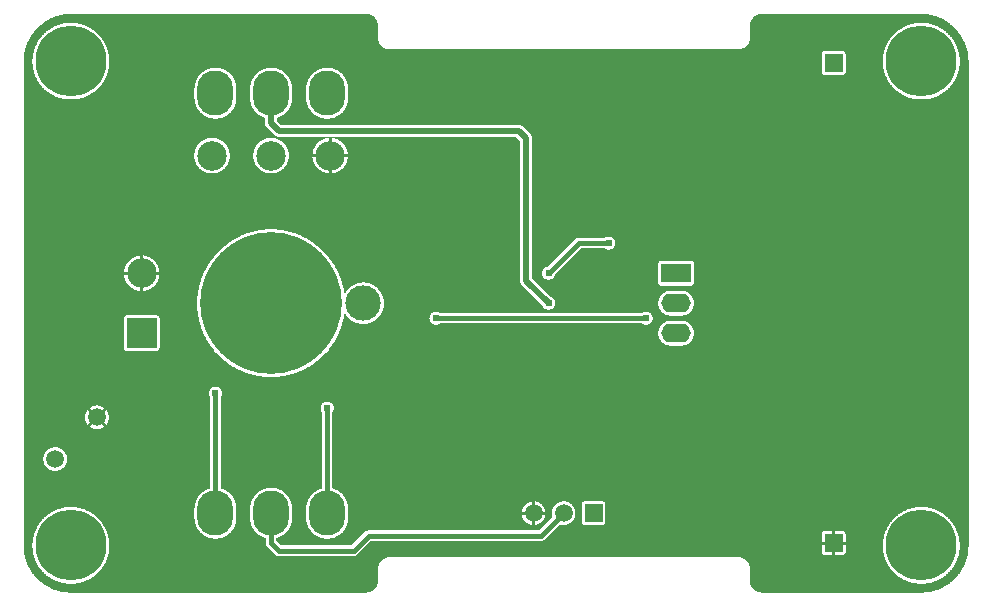
<source format=gtl>
G04 Layer_Physical_Order=1*
G04 Layer_Color=25308*
%FSAX43Y43*%
%MOMM*%
G71*
G01*
G75*
%ADD10C,0.381*%
%ADD11C,0.508*%
%ADD12R,1.500X1.500*%
%ADD13C,1.500*%
%ADD14O,2.500X1.600*%
%ADD15R,2.500X1.600*%
%ADD16C,2.500*%
%ADD17R,2.500X2.500*%
%ADD18O,3.048X3.810*%
%ADD19R,1.524X1.524*%
%ADD20C,12.000*%
%ADD21C,3.000*%
%ADD22C,6.000*%
%ADD23C,0.610*%
G36*
X0101131Y0073998D02*
X0101218Y0073994D01*
X0101305Y0073989D01*
X0101392Y0073981D01*
X0101479Y0073971D01*
X0101565Y0073960D01*
X0101652Y0073947D01*
X0101738Y0073932D01*
X0101823Y0073915D01*
X0101908Y0073896D01*
X0101993Y0073875D01*
X0102077Y0073852D01*
X0102161Y0073828D01*
X0102244Y0073802D01*
X0102327Y0073774D01*
X0102409Y0073744D01*
X0102490Y0073712D01*
X0102571Y0073679D01*
X0102651Y0073644D01*
X0102730Y0073607D01*
X0102808Y0073568D01*
X0102886Y0073528D01*
X0102962Y0073486D01*
X0103038Y0073442D01*
X0103112Y0073397D01*
X0103186Y0073350D01*
X0103259Y0073302D01*
X0103330Y0073252D01*
X0103400Y0073200D01*
X0103470Y0073147D01*
X0103538Y0073092D01*
X0103605Y0073036D01*
X0103670Y0072979D01*
X0103735Y0072920D01*
X0103798Y0072859D01*
X0103859Y0072798D01*
X0103920Y0072735D01*
X0103979Y0072670D01*
X0104036Y0072605D01*
X0104092Y0072538D01*
X0104147Y0072470D01*
X0104200Y0072400D01*
X0104252Y0072330D01*
X0104302Y0072259D01*
X0104350Y0072186D01*
X0104397Y0072112D01*
X0104442Y0072038D01*
X0104486Y0071962D01*
X0104528Y0071886D01*
X0104568Y0071808D01*
X0104607Y0071730D01*
X0104644Y0071651D01*
X0104679Y0071571D01*
X0104712Y0071490D01*
X0104744Y0071409D01*
X0104774Y0071327D01*
X0104802Y0071244D01*
X0104828Y0071161D01*
X0104852Y0071077D01*
X0104875Y0070993D01*
X0104896Y0070908D01*
X0104915Y0070823D01*
X0104932Y0070738D01*
X0104947Y0070652D01*
X0104960Y0070565D01*
X0104971Y0070479D01*
X0104981Y0070392D01*
X0104989Y0070305D01*
X0104994Y0070218D01*
X0104998Y0070131D01*
X0105000Y0070044D01*
Y0070000D01*
Y0029000D01*
Y0028956D01*
X0104998Y0028869D01*
X0104994Y0028782D01*
X0104989Y0028695D01*
X0104981Y0028608D01*
X0104971Y0028521D01*
X0104960Y0028435D01*
X0104947Y0028348D01*
X0104932Y0028262D01*
X0104915Y0028177D01*
X0104896Y0028092D01*
X0104875Y0028007D01*
X0104852Y0027923D01*
X0104828Y0027839D01*
X0104802Y0027756D01*
X0104774Y0027673D01*
X0104744Y0027591D01*
X0104712Y0027510D01*
X0104679Y0027429D01*
X0104644Y0027349D01*
X0104607Y0027270D01*
X0104568Y0027192D01*
X0104528Y0027114D01*
X0104486Y0027038D01*
X0104442Y0026962D01*
X0104397Y0026888D01*
X0104350Y0026814D01*
X0104302Y0026741D01*
X0104252Y0026670D01*
X0104200Y0026600D01*
X0104147Y0026530D01*
X0104092Y0026462D01*
X0104036Y0026395D01*
X0103979Y0026330D01*
X0103920Y0026265D01*
X0103859Y0026202D01*
X0103798Y0026141D01*
X0103735Y0026080D01*
X0103670Y0026021D01*
X0103605Y0025964D01*
X0103538Y0025908D01*
X0103470Y0025853D01*
X0103400Y0025800D01*
X0103330Y0025748D01*
X0103259Y0025698D01*
X0103186Y0025650D01*
X0103112Y0025603D01*
X0103038Y0025558D01*
X0102962Y0025514D01*
X0102886Y0025472D01*
X0102808Y0025432D01*
X0102730Y0025393D01*
X0102651Y0025356D01*
X0102571Y0025321D01*
X0102490Y0025288D01*
X0102409Y0025256D01*
X0102327Y0025226D01*
X0102244Y0025198D01*
X0102161Y0025172D01*
X0102077Y0025148D01*
X0101993Y0025125D01*
X0101908Y0025104D01*
X0101823Y0025085D01*
X0101738Y0025068D01*
X0101652Y0025053D01*
X0101565Y0025040D01*
X0101479Y0025029D01*
X0101392Y0025019D01*
X0101305Y0025011D01*
X0101218Y0025006D01*
X0101131Y0025002D01*
X0101044Y0025000D01*
X0087478D01*
X0087435Y0025002D01*
X0087391Y0025006D01*
X0087348Y0025011D01*
X0087305Y0025019D01*
X0087262Y0025028D01*
X0087220Y0025040D01*
X0087178Y0025053D01*
X0087137Y0025068D01*
X0087097Y0025084D01*
X0087058Y0025103D01*
X0087019Y0025123D01*
X0086981Y0025145D01*
X0086944Y0025168D01*
X0086909Y0025193D01*
X0086874Y0025220D01*
X0086840Y0025248D01*
X0086808Y0025277D01*
X0086777Y0025308D01*
X0086748Y0025340D01*
X0086720Y0025374D01*
X0086693Y0025409D01*
X0086668Y0025444D01*
X0086645Y0025481D01*
X0086623Y0025519D01*
X0086603Y0025558D01*
X0086584Y0025597D01*
X0086568Y0025637D01*
X0086553Y0025678D01*
X0086540Y0025720D01*
X0086528Y0025762D01*
X0086519Y0025805D01*
X0086511Y0025848D01*
X0086506Y0025891D01*
X0086502Y0025935D01*
X0086500Y0025978D01*
Y0026000D01*
Y0027000D01*
X0086500Y0027022D01*
X0086498Y0027065D01*
X0086494Y0027109D01*
X0086488Y0027152D01*
X0086481Y0027195D01*
X0086471Y0027238D01*
X0086460Y0027280D01*
X0086447Y0027321D01*
X0086432Y0027362D01*
X0086415Y0027403D01*
X0086397Y0027442D01*
X0086377Y0027481D01*
X0086355Y0027519D01*
X0086331Y0027556D01*
X0086306Y0027591D01*
X0086280Y0027626D01*
X0086252Y0027659D01*
X0086222Y0027692D01*
X0086192Y0027722D01*
X0086159Y0027752D01*
X0086126Y0027780D01*
X0086091Y0027806D01*
X0086056Y0027831D01*
X0086019Y0027855D01*
X0085981Y0027877D01*
X0085942Y0027897D01*
X0085903Y0027915D01*
X0085862Y0027932D01*
X0085821Y0027947D01*
X0085780Y0027960D01*
X0085738Y0027971D01*
X0085695Y0027981D01*
X0085652Y0027988D01*
X0085609Y0027994D01*
X0085565Y0027998D01*
X0085522Y0028000D01*
X0085500Y0028000D01*
X0056000D01*
X0055978Y0028000D01*
X0055935Y0027998D01*
X0055891Y0027994D01*
X0055848Y0027988D01*
X0055805Y0027981D01*
X0055762Y0027971D01*
X0055720Y0027960D01*
X0055679Y0027947D01*
X0055638Y0027932D01*
X0055597Y0027915D01*
X0055558Y0027897D01*
X0055519Y0027877D01*
X0055481Y0027855D01*
X0055444Y0027831D01*
X0055409Y0027806D01*
X0055374Y0027780D01*
X0055341Y0027752D01*
X0055308Y0027722D01*
X0055278Y0027692D01*
X0055248Y0027659D01*
X0055220Y0027626D01*
X0055194Y0027591D01*
X0055169Y0027556D01*
X0055145Y0027519D01*
X0055123Y0027481D01*
X0055103Y0027442D01*
X0055085Y0027403D01*
X0055068Y0027362D01*
X0055053Y0027321D01*
X0055040Y0027280D01*
X0055029Y0027238D01*
X0055019Y0027195D01*
X0055012Y0027152D01*
X0055006Y0027109D01*
X0055002Y0027065D01*
X0055000Y0027022D01*
X0055000Y0027000D01*
Y0026000D01*
Y0025978D01*
X0054998Y0025935D01*
X0054994Y0025891D01*
X0054989Y0025848D01*
X0054981Y0025805D01*
X0054972Y0025762D01*
X0054960Y0025720D01*
X0054947Y0025678D01*
X0054932Y0025637D01*
X0054916Y0025597D01*
X0054897Y0025558D01*
X0054877Y0025519D01*
X0054855Y0025481D01*
X0054832Y0025444D01*
X0054807Y0025409D01*
X0054780Y0025374D01*
X0054752Y0025340D01*
X0054723Y0025308D01*
X0054692Y0025277D01*
X0054660Y0025248D01*
X0054626Y0025220D01*
X0054591Y0025193D01*
X0054556Y0025168D01*
X0054519Y0025145D01*
X0054481Y0025123D01*
X0054442Y0025103D01*
X0054403Y0025084D01*
X0054363Y0025068D01*
X0054322Y0025053D01*
X0054280Y0025040D01*
X0054238Y0025028D01*
X0054195Y0025019D01*
X0054152Y0025011D01*
X0054109Y0025006D01*
X0054065Y0025002D01*
X0054022Y0025000D01*
X0028956D01*
X0028869Y0025002D01*
X0028782Y0025006D01*
X0028695Y0025011D01*
X0028608Y0025019D01*
X0028521Y0025029D01*
X0028435Y0025040D01*
X0028348Y0025053D01*
X0028262Y0025068D01*
X0028177Y0025085D01*
X0028092Y0025104D01*
X0028007Y0025125D01*
X0027923Y0025148D01*
X0027839Y0025172D01*
X0027756Y0025198D01*
X0027673Y0025226D01*
X0027591Y0025256D01*
X0027510Y0025288D01*
X0027429Y0025321D01*
X0027349Y0025356D01*
X0027270Y0025393D01*
X0027192Y0025432D01*
X0027114Y0025472D01*
X0027038Y0025514D01*
X0026962Y0025558D01*
X0026888Y0025603D01*
X0026814Y0025650D01*
X0026741Y0025698D01*
X0026670Y0025748D01*
X0026600Y0025800D01*
X0026530Y0025853D01*
X0026462Y0025908D01*
X0026395Y0025964D01*
X0026330Y0026021D01*
X0026265Y0026080D01*
X0026202Y0026141D01*
X0026141Y0026202D01*
X0026080Y0026265D01*
X0026021Y0026330D01*
X0025964Y0026395D01*
X0025908Y0026462D01*
X0025853Y0026530D01*
X0025800Y0026600D01*
X0025748Y0026670D01*
X0025698Y0026741D01*
X0025650Y0026814D01*
X0025603Y0026888D01*
X0025558Y0026962D01*
X0025514Y0027038D01*
X0025472Y0027114D01*
X0025432Y0027192D01*
X0025393Y0027270D01*
X0025356Y0027349D01*
X0025321Y0027429D01*
X0025288Y0027510D01*
X0025256Y0027591D01*
X0025226Y0027673D01*
X0025198Y0027756D01*
X0025172Y0027839D01*
X0025148Y0027923D01*
X0025125Y0028007D01*
X0025104Y0028092D01*
X0025085Y0028177D01*
X0025068Y0028262D01*
X0025053Y0028348D01*
X0025040Y0028435D01*
X0025029Y0028521D01*
X0025019Y0028608D01*
X0025011Y0028695D01*
X0025006Y0028782D01*
X0025002Y0028869D01*
X0025000Y0028956D01*
Y0029000D01*
Y0070000D01*
Y0070044D01*
X0025002Y0070131D01*
X0025006Y0070218D01*
X0025011Y0070305D01*
X0025019Y0070392D01*
X0025029Y0070479D01*
X0025040Y0070565D01*
X0025053Y0070652D01*
X0025068Y0070738D01*
X0025085Y0070823D01*
X0025104Y0070908D01*
X0025125Y0070993D01*
X0025148Y0071077D01*
X0025172Y0071161D01*
X0025198Y0071244D01*
X0025226Y0071327D01*
X0025256Y0071409D01*
X0025288Y0071490D01*
X0025321Y0071571D01*
X0025356Y0071651D01*
X0025393Y0071730D01*
X0025432Y0071808D01*
X0025472Y0071886D01*
X0025514Y0071962D01*
X0025558Y0072038D01*
X0025603Y0072112D01*
X0025650Y0072186D01*
X0025698Y0072259D01*
X0025748Y0072330D01*
X0025800Y0072400D01*
X0025853Y0072470D01*
X0025908Y0072538D01*
X0025964Y0072605D01*
X0026021Y0072670D01*
X0026080Y0072735D01*
X0026141Y0072798D01*
X0026202Y0072859D01*
X0026265Y0072920D01*
X0026330Y0072979D01*
X0026395Y0073036D01*
X0026462Y0073092D01*
X0026530Y0073147D01*
X0026600Y0073200D01*
X0026670Y0073252D01*
X0026741Y0073302D01*
X0026814Y0073350D01*
X0026888Y0073397D01*
X0026962Y0073442D01*
X0027038Y0073486D01*
X0027114Y0073528D01*
X0027192Y0073568D01*
X0027270Y0073607D01*
X0027349Y0073644D01*
X0027429Y0073679D01*
X0027510Y0073712D01*
X0027591Y0073744D01*
X0027673Y0073774D01*
X0027756Y0073802D01*
X0027839Y0073828D01*
X0027923Y0073852D01*
X0028007Y0073875D01*
X0028092Y0073896D01*
X0028177Y0073915D01*
X0028262Y0073932D01*
X0028348Y0073947D01*
X0028435Y0073960D01*
X0028521Y0073971D01*
X0028608Y0073981D01*
X0028695Y0073989D01*
X0028782Y0073994D01*
X0028869Y0073998D01*
X0028956Y0074000D01*
X0054022D01*
X0054065Y0073998D01*
X0054109Y0073994D01*
X0054152Y0073989D01*
X0054195Y0073981D01*
X0054238Y0073972D01*
X0054280Y0073960D01*
X0054322Y0073947D01*
X0054363Y0073932D01*
X0054403Y0073916D01*
X0054442Y0073897D01*
X0054481Y0073877D01*
X0054519Y0073855D01*
X0054556Y0073832D01*
X0054591Y0073807D01*
X0054626Y0073780D01*
X0054660Y0073752D01*
X0054692Y0073723D01*
X0054723Y0073692D01*
X0054752Y0073660D01*
X0054780Y0073626D01*
X0054807Y0073591D01*
X0054832Y0073556D01*
X0054855Y0073519D01*
X0054877Y0073481D01*
X0054897Y0073442D01*
X0054916Y0073403D01*
X0054932Y0073363D01*
X0054947Y0073322D01*
X0054960Y0073280D01*
X0054972Y0073238D01*
X0054981Y0073195D01*
X0054989Y0073152D01*
X0054994Y0073109D01*
X0054998Y0073065D01*
X0055000Y0073022D01*
Y0073000D01*
Y0072000D01*
X0055000Y0071978D01*
X0055002Y0071935D01*
X0055006Y0071891D01*
X0055012Y0071848D01*
X0055019Y0071805D01*
X0055029Y0071762D01*
X0055040Y0071720D01*
X0055053Y0071679D01*
X0055068Y0071638D01*
X0055085Y0071597D01*
X0055103Y0071558D01*
X0055123Y0071519D01*
X0055145Y0071481D01*
X0055169Y0071444D01*
X0055194Y0071409D01*
X0055220Y0071374D01*
X0055248Y0071341D01*
X0055278Y0071308D01*
X0055308Y0071278D01*
X0055341Y0071248D01*
X0055374Y0071220D01*
X0055409Y0071194D01*
X0055444Y0071169D01*
X0055481Y0071145D01*
X0055519Y0071123D01*
X0055558Y0071103D01*
X0055597Y0071085D01*
X0055638Y0071068D01*
X0055679Y0071053D01*
X0055720Y0071040D01*
X0055762Y0071029D01*
X0055805Y0071019D01*
X0055848Y0071012D01*
X0055891Y0071006D01*
X0055935Y0071002D01*
X0055978Y0071000D01*
X0056000Y0071000D01*
X0085500D01*
X0085522Y0071000D01*
X0085565Y0071002D01*
X0085609Y0071006D01*
X0085652Y0071012D01*
X0085695Y0071019D01*
X0085738Y0071029D01*
X0085780Y0071040D01*
X0085821Y0071053D01*
X0085862Y0071068D01*
X0085903Y0071085D01*
X0085942Y0071103D01*
X0085981Y0071123D01*
X0086019Y0071145D01*
X0086056Y0071169D01*
X0086091Y0071194D01*
X0086126Y0071220D01*
X0086159Y0071248D01*
X0086192Y0071278D01*
X0086222Y0071308D01*
X0086252Y0071341D01*
X0086280Y0071374D01*
X0086306Y0071409D01*
X0086331Y0071444D01*
X0086355Y0071481D01*
X0086377Y0071519D01*
X0086397Y0071558D01*
X0086415Y0071597D01*
X0086432Y0071638D01*
X0086447Y0071679D01*
X0086460Y0071720D01*
X0086471Y0071762D01*
X0086481Y0071805D01*
X0086488Y0071848D01*
X0086494Y0071891D01*
X0086498Y0071935D01*
X0086500Y0071978D01*
X0086500Y0072000D01*
Y0073000D01*
Y0073022D01*
X0086502Y0073065D01*
X0086506Y0073109D01*
X0086511Y0073152D01*
X0086519Y0073195D01*
X0086528Y0073238D01*
X0086540Y0073280D01*
X0086553Y0073322D01*
X0086568Y0073363D01*
X0086584Y0073403D01*
X0086603Y0073442D01*
X0086623Y0073481D01*
X0086645Y0073519D01*
X0086668Y0073556D01*
X0086693Y0073591D01*
X0086720Y0073626D01*
X0086748Y0073660D01*
X0086777Y0073692D01*
X0086808Y0073723D01*
X0086840Y0073752D01*
X0086874Y0073780D01*
X0086909Y0073807D01*
X0086944Y0073832D01*
X0086981Y0073855D01*
X0087019Y0073877D01*
X0087058Y0073897D01*
X0087097Y0073916D01*
X0087137Y0073932D01*
X0087178Y0073947D01*
X0087220Y0073960D01*
X0087262Y0073972D01*
X0087305Y0073981D01*
X0087348Y0073989D01*
X0087391Y0073994D01*
X0087435Y0073998D01*
X0087478Y0074000D01*
X0101044D01*
X0101131Y0073998D01*
D02*
G37*
%LPC*%
G36*
X0027672Y0037306D02*
X0027628Y0037306D01*
X0027585Y0037303D01*
X0027541Y0037298D01*
X0027498Y0037291D01*
X0027455Y0037283D01*
X0027412Y0037272D01*
X0027370Y0037260D01*
X0027329Y0037246D01*
X0027288Y0037230D01*
X0027248Y0037212D01*
X0027209Y0037193D01*
X0027170Y0037172D01*
X0027133Y0037149D01*
X0027096Y0037125D01*
X0027061Y0037099D01*
X0027027Y0037072D01*
X0026994Y0037043D01*
X0026962Y0037012D01*
X0026932Y0036981D01*
X0026903Y0036948D01*
X0026876Y0036914D01*
X0026850Y0036878D01*
X0026825Y0036842D01*
X0026803Y0036804D01*
X0026781Y0036766D01*
X0026762Y0036727D01*
X0026744Y0036687D01*
X0026729Y0036646D01*
X0026714Y0036604D01*
X0026702Y0036562D01*
X0026692Y0036520D01*
X0026683Y0036477D01*
X0026677Y0036433D01*
X0026672Y0036390D01*
X0026669Y0036346D01*
X0026668Y0036302D01*
X0026669Y0036258D01*
X0026672Y0036215D01*
X0026677Y0036171D01*
X0026683Y0036128D01*
X0026692Y0036085D01*
X0026702Y0036042D01*
X0026714Y0036000D01*
X0026729Y0035959D01*
X0026744Y0035918D01*
X0026762Y0035878D01*
X0026781Y0035839D01*
X0026803Y0035800D01*
X0026825Y0035763D01*
X0026850Y0035726D01*
X0026876Y0035691D01*
X0026903Y0035657D01*
X0026932Y0035624D01*
X0026962Y0035592D01*
X0026994Y0035562D01*
X0027027Y0035533D01*
X0027061Y0035506D01*
X0027096Y0035480D01*
X0027133Y0035455D01*
X0027170Y0035433D01*
X0027209Y0035411D01*
X0027248Y0035392D01*
X0027288Y0035374D01*
X0027329Y0035359D01*
X0027370Y0035344D01*
X0027412Y0035332D01*
X0027455Y0035322D01*
X0027498Y0035313D01*
X0027541Y0035307D01*
X0027585Y0035302D01*
X0027628Y0035299D01*
X0027672Y0035298D01*
X0027716Y0035299D01*
X0027760Y0035302D01*
X0027803Y0035307D01*
X0027847Y0035313D01*
X0027890Y0035322D01*
X0027932Y0035332D01*
X0027974Y0035344D01*
X0028016Y0035359D01*
X0028057Y0035374D01*
X0028097Y0035392D01*
X0028136Y0035411D01*
X0028174Y0035433D01*
X0028212Y0035455D01*
X0028248Y0035480D01*
X0028284Y0035506D01*
X0028318Y0035533D01*
X0028351Y0035562D01*
X0028382Y0035592D01*
X0028413Y0035624D01*
X0028442Y0035657D01*
X0028469Y0035691D01*
X0028495Y0035726D01*
X0028519Y0035763D01*
X0028542Y0035800D01*
X0028563Y0035839D01*
X0028582Y0035878D01*
X0028600Y0035918D01*
X0028616Y0035959D01*
X0028630Y0036000D01*
X0028642Y0036042D01*
X0028653Y0036085D01*
X0028661Y0036128D01*
X0028668Y0036171D01*
X0028673Y0036215D01*
X0028676Y0036258D01*
X0028676Y0036302D01*
X0028676Y0036346D01*
X0028673Y0036390D01*
X0028668Y0036433D01*
X0028661Y0036477D01*
X0028653Y0036520D01*
X0028642Y0036562D01*
X0028630Y0036604D01*
X0028616Y0036646D01*
X0028600Y0036687D01*
X0028582Y0036727D01*
X0028563Y0036766D01*
X0028542Y0036804D01*
X0028519Y0036842D01*
X0028495Y0036878D01*
X0028469Y0036914D01*
X0028442Y0036948D01*
X0028413Y0036981D01*
X0028382Y0037012D01*
X0028351Y0037043D01*
X0028318Y0037072D01*
X0028284Y0037099D01*
X0028248Y0037125D01*
X0028212Y0037149D01*
X0028174Y0037172D01*
X0028136Y0037193D01*
X0028097Y0037212D01*
X0028057Y0037230D01*
X0028016Y0037246D01*
X0027974Y0037260D01*
X0027932Y0037272D01*
X0027890Y0037283D01*
X0027847Y0037291D01*
X0027803Y0037298D01*
X0027760Y0037303D01*
X0027716Y0037306D01*
X0027672Y0037306D01*
D02*
G37*
G36*
X0031208Y0039658D02*
X0030593Y0039044D01*
X0030596Y0039041D01*
X0030632Y0039015D01*
X0030668Y0038991D01*
X0030706Y0038968D01*
X0030744Y0038947D01*
X0030783Y0038928D01*
X0030823Y0038910D01*
X0030864Y0038894D01*
X0030906Y0038880D01*
X0030948Y0038868D01*
X0030990Y0038857D01*
X0031033Y0038849D01*
X0031077Y0038842D01*
X0031120Y0038837D01*
X0031164Y0038834D01*
X0031208Y0038834D01*
X0031252Y0038834D01*
X0031295Y0038837D01*
X0031339Y0038842D01*
X0031382Y0038849D01*
X0031425Y0038857D01*
X0031468Y0038868D01*
X0031510Y0038880D01*
X0031551Y0038894D01*
X0031592Y0038910D01*
X0031632Y0038928D01*
X0031671Y0038947D01*
X0031710Y0038968D01*
X0031747Y0038991D01*
X0031784Y0039015D01*
X0031819Y0039041D01*
X0031822Y0039044D01*
X0031208Y0039658D01*
D02*
G37*
G36*
X0068302Y0032716D02*
Y0031847D01*
X0069171D01*
X0069171Y0031851D01*
X0069164Y0031894D01*
X0069155Y0031937D01*
X0069145Y0031980D01*
X0069133Y0032022D01*
X0069119Y0032063D01*
X0069103Y0032104D01*
X0069085Y0032144D01*
X0069066Y0032184D01*
X0069045Y0032222D01*
X0069022Y0032260D01*
X0068998Y0032296D01*
X0068972Y0032331D01*
X0068944Y0032366D01*
X0068915Y0032398D01*
X0068885Y0032430D01*
X0068853Y0032460D01*
X0068821Y0032489D01*
X0068786Y0032517D01*
X0068751Y0032543D01*
X0068715Y0032567D01*
X0068677Y0032590D01*
X0068639Y0032611D01*
X0068599Y0032630D01*
X0068559Y0032648D01*
X0068518Y0032664D01*
X0068477Y0032678D01*
X0068435Y0032690D01*
X0068392Y0032700D01*
X0068349Y0032709D01*
X0068306Y0032716D01*
X0068302Y0032716D01*
D02*
G37*
G36*
X0069171Y0031593D02*
X0068302D01*
Y0030724D01*
X0068306Y0030724D01*
X0068349Y0030731D01*
X0068392Y0030740D01*
X0068435Y0030750D01*
X0068477Y0030762D01*
X0068518Y0030776D01*
X0068559Y0030792D01*
X0068599Y0030810D01*
X0068639Y0030829D01*
X0068677Y0030850D01*
X0068715Y0030873D01*
X0068751Y0030897D01*
X0068786Y0030923D01*
X0068821Y0030951D01*
X0068853Y0030980D01*
X0068885Y0031010D01*
X0068915Y0031042D01*
X0068944Y0031074D01*
X0068972Y0031109D01*
X0068998Y0031144D01*
X0069022Y0031180D01*
X0069045Y0031218D01*
X0069066Y0031256D01*
X0069085Y0031296D01*
X0069103Y0031336D01*
X0069119Y0031377D01*
X0069133Y0031418D01*
X0069145Y0031460D01*
X0069155Y0031503D01*
X0069164Y0031546D01*
X0069171Y0031589D01*
X0069171Y0031593D01*
D02*
G37*
G36*
X0068048Y0032716D02*
X0068044Y0032716D01*
X0068001Y0032709D01*
X0067958Y0032700D01*
X0067915Y0032690D01*
X0067873Y0032678D01*
X0067832Y0032664D01*
X0067791Y0032648D01*
X0067751Y0032630D01*
X0067711Y0032611D01*
X0067673Y0032590D01*
X0067635Y0032567D01*
X0067599Y0032543D01*
X0067564Y0032517D01*
X0067529Y0032489D01*
X0067497Y0032460D01*
X0067465Y0032430D01*
X0067435Y0032398D01*
X0067406Y0032366D01*
X0067378Y0032331D01*
X0067352Y0032296D01*
X0067328Y0032260D01*
X0067305Y0032222D01*
X0067284Y0032184D01*
X0067265Y0032144D01*
X0067247Y0032104D01*
X0067231Y0032063D01*
X0067217Y0032022D01*
X0067205Y0031980D01*
X0067195Y0031937D01*
X0067186Y0031894D01*
X0067179Y0031851D01*
X0067179Y0031847D01*
X0068048D01*
Y0032716D01*
D02*
G37*
G36*
X0036250Y0048464D02*
X0033750D01*
X0033728Y0048463D01*
X0033706Y0048460D01*
X0033684Y0048456D01*
X0033663Y0048449D01*
X0033643Y0048440D01*
X0033623Y0048430D01*
X0033604Y0048418D01*
X0033587Y0048405D01*
X0033570Y0048390D01*
X0033555Y0048373D01*
X0033542Y0048356D01*
X0033530Y0048337D01*
X0033520Y0048317D01*
X0033511Y0048297D01*
X0033504Y0048276D01*
X0033500Y0048254D01*
X0033497Y0048232D01*
X0033496Y0048210D01*
Y0045710D01*
X0033497Y0045688D01*
X0033500Y0045666D01*
X0033504Y0045644D01*
X0033511Y0045623D01*
X0033520Y0045603D01*
X0033530Y0045583D01*
X0033542Y0045564D01*
X0033555Y0045547D01*
X0033570Y0045530D01*
X0033587Y0045515D01*
X0033604Y0045502D01*
X0033623Y0045490D01*
X0033643Y0045480D01*
X0033663Y0045471D01*
X0033684Y0045464D01*
X0033706Y0045460D01*
X0033728Y0045457D01*
X0033750Y0045456D01*
X0036250D01*
X0036272Y0045457D01*
X0036294Y0045460D01*
X0036316Y0045464D01*
X0036337Y0045471D01*
X0036357Y0045480D01*
X0036377Y0045490D01*
X0036396Y0045502D01*
X0036413Y0045515D01*
X0036430Y0045530D01*
X0036445Y0045547D01*
X0036458Y0045564D01*
X0036470Y0045583D01*
X0036480Y0045603D01*
X0036489Y0045623D01*
X0036496Y0045644D01*
X0036500Y0045666D01*
X0036503Y0045688D01*
X0036504Y0045710D01*
Y0048210D01*
X0036503Y0048232D01*
X0036500Y0048254D01*
X0036496Y0048276D01*
X0036489Y0048297D01*
X0036480Y0048317D01*
X0036470Y0048337D01*
X0036458Y0048356D01*
X0036445Y0048373D01*
X0036430Y0048390D01*
X0036413Y0048405D01*
X0036396Y0048418D01*
X0036377Y0048430D01*
X0036357Y0048440D01*
X0036337Y0048449D01*
X0036316Y0048456D01*
X0036294Y0048460D01*
X0036272Y0048463D01*
X0036250Y0048464D01*
D02*
G37*
G36*
X0080690Y0048014D02*
X0079790D01*
X0079744Y0048013D01*
X0079698Y0048010D01*
X0079652Y0048005D01*
X0079607Y0047998D01*
X0079562Y0047989D01*
X0079517Y0047978D01*
X0079473Y0047965D01*
X0079429Y0047951D01*
X0079387Y0047934D01*
X0079344Y0047915D01*
X0079303Y0047895D01*
X0079263Y0047873D01*
X0079224Y0047849D01*
X0079185Y0047824D01*
X0079148Y0047796D01*
X0079112Y0047768D01*
X0079078Y0047737D01*
X0079045Y0047705D01*
X0079013Y0047672D01*
X0078982Y0047638D01*
X0078954Y0047602D01*
X0078926Y0047565D01*
X0078901Y0047526D01*
X0078877Y0047487D01*
X0078855Y0047447D01*
X0078835Y0047406D01*
X0078816Y0047363D01*
X0078799Y0047321D01*
X0078785Y0047277D01*
X0078772Y0047233D01*
X0078761Y0047188D01*
X0078752Y0047143D01*
X0078745Y0047098D01*
X0078740Y0047052D01*
X0078737Y0047006D01*
X0078736Y0046960D01*
X0078737Y0046914D01*
X0078740Y0046868D01*
X0078745Y0046822D01*
X0078752Y0046777D01*
X0078761Y0046732D01*
X0078772Y0046687D01*
X0078785Y0046643D01*
X0078799Y0046599D01*
X0078816Y0046557D01*
X0078835Y0046514D01*
X0078855Y0046473D01*
X0078877Y0046433D01*
X0078901Y0046394D01*
X0078926Y0046355D01*
X0078954Y0046318D01*
X0078982Y0046282D01*
X0079013Y0046248D01*
X0079045Y0046215D01*
X0079078Y0046183D01*
X0079112Y0046152D01*
X0079148Y0046124D01*
X0079185Y0046096D01*
X0079224Y0046071D01*
X0079263Y0046047D01*
X0079303Y0046025D01*
X0079344Y0046005D01*
X0079387Y0045986D01*
X0079429Y0045969D01*
X0079473Y0045955D01*
X0079517Y0045942D01*
X0079562Y0045931D01*
X0079607Y0045922D01*
X0079652Y0045915D01*
X0079698Y0045910D01*
X0079744Y0045907D01*
X0079790Y0045906D01*
X0080690D01*
X0080736Y0045907D01*
X0080782Y0045910D01*
X0080828Y0045915D01*
X0080873Y0045922D01*
X0080918Y0045931D01*
X0080963Y0045942D01*
X0081007Y0045955D01*
X0081051Y0045969D01*
X0081093Y0045986D01*
X0081136Y0046005D01*
X0081177Y0046025D01*
X0081217Y0046047D01*
X0081256Y0046071D01*
X0081295Y0046096D01*
X0081332Y0046124D01*
X0081368Y0046152D01*
X0081402Y0046183D01*
X0081435Y0046215D01*
X0081467Y0046248D01*
X0081498Y0046282D01*
X0081526Y0046318D01*
X0081554Y0046355D01*
X0081579Y0046394D01*
X0081603Y0046433D01*
X0081625Y0046473D01*
X0081645Y0046514D01*
X0081664Y0046557D01*
X0081681Y0046599D01*
X0081695Y0046643D01*
X0081708Y0046687D01*
X0081719Y0046732D01*
X0081728Y0046777D01*
X0081735Y0046822D01*
X0081740Y0046868D01*
X0081743Y0046914D01*
X0081744Y0046960D01*
X0081743Y0047006D01*
X0081740Y0047052D01*
X0081735Y0047098D01*
X0081728Y0047143D01*
X0081719Y0047188D01*
X0081708Y0047233D01*
X0081695Y0047277D01*
X0081681Y0047321D01*
X0081664Y0047363D01*
X0081645Y0047406D01*
X0081625Y0047447D01*
X0081603Y0047487D01*
X0081579Y0047526D01*
X0081554Y0047565D01*
X0081526Y0047602D01*
X0081498Y0047638D01*
X0081467Y0047672D01*
X0081435Y0047705D01*
X0081402Y0047737D01*
X0081368Y0047768D01*
X0081332Y0047796D01*
X0081295Y0047824D01*
X0081256Y0047849D01*
X0081217Y0047873D01*
X0081177Y0047895D01*
X0081136Y0047915D01*
X0081093Y0047934D01*
X0081051Y0047951D01*
X0081007Y0047965D01*
X0080963Y0047978D01*
X0080918Y0047989D01*
X0080873Y0047998D01*
X0080828Y0048005D01*
X0080782Y0048010D01*
X0080736Y0048013D01*
X0080690Y0048014D01*
D02*
G37*
G36*
X0031208Y0040842D02*
X0031164Y0040841D01*
X0031120Y0040838D01*
X0031077Y0040833D01*
X0031033Y0040827D01*
X0030990Y0040818D01*
X0030948Y0040808D01*
X0030906Y0040796D01*
X0030864Y0040781D01*
X0030823Y0040766D01*
X0030783Y0040748D01*
X0030744Y0040729D01*
X0030706Y0040707D01*
X0030668Y0040685D01*
X0030632Y0040660D01*
X0030596Y0040634D01*
X0030593Y0040632D01*
X0031208Y0040017D01*
X0031822Y0040632D01*
X0031819Y0040634D01*
X0031784Y0040660D01*
X0031747Y0040685D01*
X0031710Y0040707D01*
X0031671Y0040729D01*
X0031632Y0040748D01*
X0031592Y0040766D01*
X0031551Y0040781D01*
X0031510Y0040796D01*
X0031468Y0040808D01*
X0031425Y0040818D01*
X0031382Y0040827D01*
X0031339Y0040833D01*
X0031295Y0040838D01*
X0031252Y0040841D01*
X0031208Y0040842D01*
D02*
G37*
G36*
X0032002Y0040452D02*
X0031387Y0039838D01*
X0032002Y0039223D01*
X0032004Y0039226D01*
X0032030Y0039262D01*
X0032055Y0039298D01*
X0032077Y0039336D01*
X0032099Y0039374D01*
X0032118Y0039413D01*
X0032136Y0039453D01*
X0032151Y0039494D01*
X0032166Y0039536D01*
X0032178Y0039578D01*
X0032188Y0039620D01*
X0032197Y0039663D01*
X0032203Y0039707D01*
X0032208Y0039750D01*
X0032211Y0039794D01*
X0032212Y0039838D01*
X0032211Y0039882D01*
X0032208Y0039925D01*
X0032203Y0039969D01*
X0032197Y0040012D01*
X0032188Y0040055D01*
X0032178Y0040098D01*
X0032166Y0040140D01*
X0032151Y0040181D01*
X0032136Y0040222D01*
X0032118Y0040262D01*
X0032099Y0040301D01*
X0032077Y0040340D01*
X0032055Y0040377D01*
X0032030Y0040414D01*
X0032004Y0040449D01*
X0032002Y0040452D01*
D02*
G37*
G36*
X0030414D02*
X0030411Y0040449D01*
X0030385Y0040414D01*
X0030361Y0040377D01*
X0030338Y0040340D01*
X0030317Y0040301D01*
X0030298Y0040262D01*
X0030280Y0040222D01*
X0030264Y0040181D01*
X0030250Y0040140D01*
X0030238Y0040098D01*
X0030227Y0040055D01*
X0030219Y0040012D01*
X0030212Y0039969D01*
X0030207Y0039925D01*
X0030204Y0039882D01*
X0030204Y0039838D01*
X0030204Y0039794D01*
X0030207Y0039750D01*
X0030212Y0039707D01*
X0030219Y0039663D01*
X0030227Y0039620D01*
X0030238Y0039578D01*
X0030250Y0039536D01*
X0030264Y0039494D01*
X0030280Y0039453D01*
X0030298Y0039413D01*
X0030317Y0039374D01*
X0030338Y0039336D01*
X0030361Y0039298D01*
X0030385Y0039262D01*
X0030411Y0039226D01*
X0030414Y0039223D01*
X0031028Y0039838D01*
X0030414Y0040452D01*
D02*
G37*
G36*
X0068048Y0031593D02*
X0067179D01*
X0067179Y0031589D01*
X0067186Y0031546D01*
X0067195Y0031503D01*
X0067205Y0031460D01*
X0067217Y0031418D01*
X0067231Y0031377D01*
X0067247Y0031336D01*
X0067265Y0031296D01*
X0067284Y0031256D01*
X0067305Y0031218D01*
X0067328Y0031180D01*
X0067352Y0031144D01*
X0067378Y0031109D01*
X0067406Y0031074D01*
X0067435Y0031042D01*
X0067465Y0031010D01*
X0067497Y0030980D01*
X0067529Y0030951D01*
X0067564Y0030923D01*
X0067599Y0030897D01*
X0067635Y0030873D01*
X0067673Y0030850D01*
X0067711Y0030829D01*
X0067751Y0030810D01*
X0067791Y0030792D01*
X0067832Y0030776D01*
X0067873Y0030762D01*
X0067915Y0030750D01*
X0067958Y0030740D01*
X0068001Y0030731D01*
X0068044Y0030724D01*
X0068048Y0030724D01*
Y0031593D01*
D02*
G37*
G36*
X0094591Y0029053D02*
X0093702D01*
Y0028164D01*
X0094337D01*
X0094359Y0028165D01*
X0094381Y0028168D01*
X0094403Y0028172D01*
X0094424Y0028179D01*
X0094444Y0028188D01*
X0094464Y0028198D01*
X0094483Y0028210D01*
X0094500Y0028223D01*
X0094517Y0028238D01*
X0094532Y0028255D01*
X0094545Y0028272D01*
X0094557Y0028291D01*
X0094567Y0028311D01*
X0094576Y0028331D01*
X0094583Y0028352D01*
X0094587Y0028374D01*
X0094590Y0028396D01*
X0094591Y0028418D01*
Y0029053D01*
D02*
G37*
G36*
X0093448Y0030196D02*
X0092813D01*
X0092791Y0030195D01*
X0092769Y0030192D01*
X0092747Y0030188D01*
X0092726Y0030181D01*
X0092706Y0030172D01*
X0092686Y0030162D01*
X0092667Y0030150D01*
X0092650Y0030137D01*
X0092633Y0030122D01*
X0092618Y0030105D01*
X0092605Y0030088D01*
X0092593Y0030069D01*
X0092583Y0030049D01*
X0092574Y0030029D01*
X0092567Y0030008D01*
X0092563Y0029986D01*
X0092560Y0029964D01*
X0092559Y0029942D01*
Y0029307D01*
X0093448D01*
Y0030196D01*
D02*
G37*
G36*
Y0029053D02*
X0092559D01*
Y0028418D01*
X0092560Y0028396D01*
X0092563Y0028374D01*
X0092567Y0028352D01*
X0092574Y0028331D01*
X0092583Y0028311D01*
X0092593Y0028291D01*
X0092605Y0028272D01*
X0092618Y0028255D01*
X0092633Y0028238D01*
X0092650Y0028223D01*
X0092667Y0028210D01*
X0092686Y0028198D01*
X0092706Y0028188D01*
X0092726Y0028179D01*
X0092747Y0028172D01*
X0092769Y0028168D01*
X0092791Y0028165D01*
X0092813Y0028164D01*
X0093448D01*
Y0029053D01*
D02*
G37*
G36*
X0029000Y0032254D02*
X0028920Y0032253D01*
X0028840Y0032250D01*
X0028761Y0032245D01*
X0028681Y0032239D01*
X0028602Y0032230D01*
X0028522Y0032219D01*
X0028444Y0032206D01*
X0028365Y0032192D01*
X0028287Y0032175D01*
X0028209Y0032157D01*
X0028132Y0032136D01*
X0028055Y0032114D01*
X0027979Y0032090D01*
X0027904Y0032064D01*
X0027829Y0032036D01*
X0027755Y0032007D01*
X0027681Y0031975D01*
X0027609Y0031942D01*
X0027537Y0031907D01*
X0027466Y0031870D01*
X0027396Y0031831D01*
X0027327Y0031791D01*
X0027259Y0031749D01*
X0027192Y0031706D01*
X0027126Y0031661D01*
X0027061Y0031614D01*
X0026998Y0031565D01*
X0026936Y0031516D01*
X0026874Y0031464D01*
X0026815Y0031411D01*
X0026756Y0031357D01*
X0026699Y0031301D01*
X0026643Y0031244D01*
X0026589Y0031185D01*
X0026536Y0031126D01*
X0026484Y0031064D01*
X0026435Y0031002D01*
X0026386Y0030939D01*
X0026339Y0030874D01*
X0026294Y0030808D01*
X0026251Y0030741D01*
X0026209Y0030673D01*
X0026169Y0030604D01*
X0026130Y0030534D01*
X0026093Y0030463D01*
X0026058Y0030391D01*
X0026025Y0030319D01*
X0025993Y0030245D01*
X0025964Y0030171D01*
X0025936Y0030096D01*
X0025910Y0030021D01*
X0025886Y0029945D01*
X0025864Y0029868D01*
X0025843Y0029791D01*
X0025825Y0029713D01*
X0025808Y0029635D01*
X0025794Y0029556D01*
X0025781Y0029478D01*
X0025770Y0029398D01*
X0025761Y0029319D01*
X0025755Y0029239D01*
X0025750Y0029160D01*
X0025747Y0029080D01*
X0025746Y0029000D01*
X0025747Y0028920D01*
X0025750Y0028840D01*
X0025755Y0028761D01*
X0025761Y0028681D01*
X0025770Y0028602D01*
X0025781Y0028522D01*
X0025794Y0028444D01*
X0025808Y0028365D01*
X0025825Y0028287D01*
X0025843Y0028209D01*
X0025864Y0028132D01*
X0025886Y0028055D01*
X0025910Y0027979D01*
X0025936Y0027904D01*
X0025964Y0027829D01*
X0025993Y0027755D01*
X0026025Y0027681D01*
X0026058Y0027609D01*
X0026093Y0027537D01*
X0026130Y0027466D01*
X0026169Y0027396D01*
X0026209Y0027327D01*
X0026251Y0027259D01*
X0026294Y0027192D01*
X0026339Y0027126D01*
X0026386Y0027061D01*
X0026435Y0026998D01*
X0026484Y0026936D01*
X0026536Y0026874D01*
X0026589Y0026815D01*
X0026643Y0026756D01*
X0026699Y0026699D01*
X0026756Y0026643D01*
X0026815Y0026589D01*
X0026874Y0026536D01*
X0026936Y0026484D01*
X0026998Y0026435D01*
X0027061Y0026386D01*
X0027126Y0026339D01*
X0027192Y0026294D01*
X0027259Y0026251D01*
X0027327Y0026209D01*
X0027396Y0026169D01*
X0027466Y0026130D01*
X0027537Y0026093D01*
X0027609Y0026058D01*
X0027681Y0026025D01*
X0027755Y0025993D01*
X0027829Y0025964D01*
X0027904Y0025936D01*
X0027979Y0025910D01*
X0028055Y0025886D01*
X0028132Y0025864D01*
X0028209Y0025843D01*
X0028287Y0025825D01*
X0028365Y0025808D01*
X0028444Y0025794D01*
X0028522Y0025781D01*
X0028602Y0025770D01*
X0028681Y0025761D01*
X0028761Y0025755D01*
X0028840Y0025750D01*
X0028920Y0025747D01*
X0029000Y0025746D01*
X0029080Y0025747D01*
X0029160Y0025750D01*
X0029239Y0025755D01*
X0029319Y0025761D01*
X0029398Y0025770D01*
X0029478Y0025781D01*
X0029556Y0025794D01*
X0029635Y0025808D01*
X0029713Y0025825D01*
X0029791Y0025843D01*
X0029868Y0025864D01*
X0029945Y0025886D01*
X0030021Y0025910D01*
X0030096Y0025936D01*
X0030171Y0025964D01*
X0030245Y0025993D01*
X0030319Y0026025D01*
X0030391Y0026058D01*
X0030463Y0026093D01*
X0030534Y0026130D01*
X0030604Y0026169D01*
X0030673Y0026209D01*
X0030741Y0026251D01*
X0030808Y0026294D01*
X0030874Y0026339D01*
X0030939Y0026386D01*
X0031002Y0026435D01*
X0031064Y0026484D01*
X0031126Y0026536D01*
X0031185Y0026589D01*
X0031244Y0026643D01*
X0031301Y0026699D01*
X0031357Y0026756D01*
X0031411Y0026815D01*
X0031464Y0026874D01*
X0031516Y0026936D01*
X0031565Y0026998D01*
X0031614Y0027061D01*
X0031661Y0027126D01*
X0031706Y0027192D01*
X0031749Y0027259D01*
X0031791Y0027327D01*
X0031831Y0027396D01*
X0031870Y0027466D01*
X0031907Y0027537D01*
X0031942Y0027609D01*
X0031975Y0027681D01*
X0032007Y0027755D01*
X0032036Y0027829D01*
X0032064Y0027904D01*
X0032090Y0027979D01*
X0032114Y0028055D01*
X0032136Y0028132D01*
X0032157Y0028209D01*
X0032175Y0028287D01*
X0032192Y0028365D01*
X0032206Y0028444D01*
X0032219Y0028522D01*
X0032230Y0028602D01*
X0032239Y0028681D01*
X0032245Y0028761D01*
X0032250Y0028840D01*
X0032253Y0028920D01*
X0032254Y0029000D01*
X0032253Y0029080D01*
X0032250Y0029160D01*
X0032245Y0029239D01*
X0032239Y0029319D01*
X0032230Y0029398D01*
X0032219Y0029478D01*
X0032206Y0029556D01*
X0032192Y0029635D01*
X0032175Y0029713D01*
X0032157Y0029791D01*
X0032136Y0029868D01*
X0032114Y0029945D01*
X0032090Y0030021D01*
X0032064Y0030096D01*
X0032036Y0030171D01*
X0032007Y0030245D01*
X0031975Y0030319D01*
X0031942Y0030391D01*
X0031907Y0030463D01*
X0031870Y0030534D01*
X0031831Y0030604D01*
X0031791Y0030673D01*
X0031749Y0030741D01*
X0031706Y0030808D01*
X0031661Y0030874D01*
X0031614Y0030939D01*
X0031565Y0031002D01*
X0031516Y0031064D01*
X0031464Y0031126D01*
X0031411Y0031185D01*
X0031357Y0031244D01*
X0031301Y0031301D01*
X0031244Y0031357D01*
X0031185Y0031411D01*
X0031126Y0031464D01*
X0031064Y0031516D01*
X0031002Y0031565D01*
X0030939Y0031614D01*
X0030874Y0031661D01*
X0030808Y0031706D01*
X0030741Y0031749D01*
X0030673Y0031791D01*
X0030604Y0031831D01*
X0030534Y0031870D01*
X0030463Y0031907D01*
X0030391Y0031942D01*
X0030319Y0031975D01*
X0030245Y0032007D01*
X0030171Y0032036D01*
X0030096Y0032064D01*
X0030021Y0032090D01*
X0029945Y0032114D01*
X0029868Y0032136D01*
X0029791Y0032157D01*
X0029713Y0032175D01*
X0029635Y0032192D01*
X0029556Y0032206D01*
X0029478Y0032219D01*
X0029398Y0032230D01*
X0029319Y0032239D01*
X0029239Y0032245D01*
X0029160Y0032250D01*
X0029080Y0032253D01*
X0029000Y0032254D01*
D02*
G37*
G36*
X0101000D02*
X0100920Y0032253D01*
X0100840Y0032250D01*
X0100761Y0032245D01*
X0100681Y0032239D01*
X0100602Y0032230D01*
X0100522Y0032219D01*
X0100444Y0032206D01*
X0100365Y0032192D01*
X0100287Y0032175D01*
X0100209Y0032157D01*
X0100132Y0032136D01*
X0100055Y0032114D01*
X0099979Y0032090D01*
X0099904Y0032064D01*
X0099829Y0032036D01*
X0099755Y0032007D01*
X0099681Y0031975D01*
X0099609Y0031942D01*
X0099537Y0031907D01*
X0099466Y0031870D01*
X0099396Y0031831D01*
X0099327Y0031791D01*
X0099259Y0031749D01*
X0099192Y0031706D01*
X0099126Y0031661D01*
X0099061Y0031614D01*
X0098998Y0031565D01*
X0098936Y0031516D01*
X0098874Y0031464D01*
X0098815Y0031411D01*
X0098756Y0031357D01*
X0098699Y0031301D01*
X0098643Y0031244D01*
X0098589Y0031185D01*
X0098536Y0031126D01*
X0098484Y0031064D01*
X0098435Y0031002D01*
X0098386Y0030939D01*
X0098339Y0030874D01*
X0098294Y0030808D01*
X0098251Y0030741D01*
X0098209Y0030673D01*
X0098169Y0030604D01*
X0098130Y0030534D01*
X0098093Y0030463D01*
X0098058Y0030391D01*
X0098025Y0030319D01*
X0097993Y0030245D01*
X0097964Y0030171D01*
X0097936Y0030096D01*
X0097910Y0030021D01*
X0097886Y0029945D01*
X0097864Y0029868D01*
X0097843Y0029791D01*
X0097825Y0029713D01*
X0097808Y0029635D01*
X0097794Y0029556D01*
X0097781Y0029478D01*
X0097770Y0029398D01*
X0097761Y0029319D01*
X0097755Y0029239D01*
X0097750Y0029160D01*
X0097747Y0029080D01*
X0097746Y0029000D01*
X0097747Y0028920D01*
X0097750Y0028840D01*
X0097755Y0028761D01*
X0097761Y0028681D01*
X0097770Y0028602D01*
X0097781Y0028522D01*
X0097794Y0028444D01*
X0097808Y0028365D01*
X0097825Y0028287D01*
X0097843Y0028209D01*
X0097864Y0028132D01*
X0097886Y0028055D01*
X0097910Y0027979D01*
X0097936Y0027904D01*
X0097964Y0027829D01*
X0097993Y0027755D01*
X0098025Y0027681D01*
X0098058Y0027609D01*
X0098093Y0027537D01*
X0098130Y0027466D01*
X0098169Y0027396D01*
X0098209Y0027327D01*
X0098251Y0027259D01*
X0098294Y0027192D01*
X0098339Y0027126D01*
X0098386Y0027061D01*
X0098435Y0026998D01*
X0098484Y0026936D01*
X0098536Y0026874D01*
X0098589Y0026815D01*
X0098643Y0026756D01*
X0098699Y0026699D01*
X0098756Y0026643D01*
X0098815Y0026589D01*
X0098874Y0026536D01*
X0098936Y0026484D01*
X0098998Y0026435D01*
X0099061Y0026386D01*
X0099126Y0026339D01*
X0099192Y0026294D01*
X0099259Y0026251D01*
X0099327Y0026209D01*
X0099396Y0026169D01*
X0099466Y0026130D01*
X0099537Y0026093D01*
X0099609Y0026058D01*
X0099681Y0026025D01*
X0099755Y0025993D01*
X0099829Y0025964D01*
X0099904Y0025936D01*
X0099979Y0025910D01*
X0100055Y0025886D01*
X0100132Y0025864D01*
X0100209Y0025843D01*
X0100287Y0025825D01*
X0100365Y0025808D01*
X0100444Y0025794D01*
X0100522Y0025781D01*
X0100602Y0025770D01*
X0100681Y0025761D01*
X0100761Y0025755D01*
X0100840Y0025750D01*
X0100920Y0025747D01*
X0101000Y0025746D01*
X0101080Y0025747D01*
X0101160Y0025750D01*
X0101239Y0025755D01*
X0101319Y0025761D01*
X0101398Y0025770D01*
X0101478Y0025781D01*
X0101556Y0025794D01*
X0101635Y0025808D01*
X0101713Y0025825D01*
X0101791Y0025843D01*
X0101868Y0025864D01*
X0101945Y0025886D01*
X0102021Y0025910D01*
X0102096Y0025936D01*
X0102171Y0025964D01*
X0102245Y0025993D01*
X0102319Y0026025D01*
X0102391Y0026058D01*
X0102463Y0026093D01*
X0102534Y0026130D01*
X0102604Y0026169D01*
X0102673Y0026209D01*
X0102741Y0026251D01*
X0102808Y0026294D01*
X0102874Y0026339D01*
X0102939Y0026386D01*
X0103002Y0026435D01*
X0103064Y0026484D01*
X0103126Y0026536D01*
X0103185Y0026589D01*
X0103244Y0026643D01*
X0103301Y0026699D01*
X0103357Y0026756D01*
X0103411Y0026815D01*
X0103464Y0026874D01*
X0103516Y0026936D01*
X0103565Y0026998D01*
X0103614Y0027061D01*
X0103661Y0027126D01*
X0103706Y0027192D01*
X0103749Y0027259D01*
X0103791Y0027327D01*
X0103831Y0027396D01*
X0103870Y0027466D01*
X0103907Y0027537D01*
X0103942Y0027609D01*
X0103975Y0027681D01*
X0104007Y0027755D01*
X0104036Y0027829D01*
X0104064Y0027904D01*
X0104090Y0027979D01*
X0104114Y0028055D01*
X0104136Y0028132D01*
X0104157Y0028209D01*
X0104175Y0028287D01*
X0104192Y0028365D01*
X0104206Y0028444D01*
X0104219Y0028522D01*
X0104230Y0028602D01*
X0104239Y0028681D01*
X0104245Y0028761D01*
X0104250Y0028840D01*
X0104253Y0028920D01*
X0104254Y0029000D01*
X0104253Y0029080D01*
X0104250Y0029160D01*
X0104245Y0029239D01*
X0104239Y0029319D01*
X0104230Y0029398D01*
X0104219Y0029478D01*
X0104206Y0029556D01*
X0104192Y0029635D01*
X0104175Y0029713D01*
X0104157Y0029791D01*
X0104136Y0029868D01*
X0104114Y0029945D01*
X0104090Y0030021D01*
X0104064Y0030096D01*
X0104036Y0030171D01*
X0104007Y0030245D01*
X0103975Y0030319D01*
X0103942Y0030391D01*
X0103907Y0030463D01*
X0103870Y0030534D01*
X0103831Y0030604D01*
X0103791Y0030673D01*
X0103749Y0030741D01*
X0103706Y0030808D01*
X0103661Y0030874D01*
X0103614Y0030939D01*
X0103565Y0031002D01*
X0103516Y0031064D01*
X0103464Y0031126D01*
X0103411Y0031185D01*
X0103357Y0031244D01*
X0103301Y0031301D01*
X0103244Y0031357D01*
X0103185Y0031411D01*
X0103126Y0031464D01*
X0103064Y0031516D01*
X0103002Y0031565D01*
X0102939Y0031614D01*
X0102874Y0031661D01*
X0102808Y0031706D01*
X0102741Y0031749D01*
X0102673Y0031791D01*
X0102604Y0031831D01*
X0102534Y0031870D01*
X0102463Y0031907D01*
X0102391Y0031942D01*
X0102319Y0031975D01*
X0102245Y0032007D01*
X0102171Y0032036D01*
X0102096Y0032064D01*
X0102021Y0032090D01*
X0101945Y0032114D01*
X0101868Y0032136D01*
X0101791Y0032157D01*
X0101713Y0032175D01*
X0101635Y0032192D01*
X0101556Y0032206D01*
X0101478Y0032219D01*
X0101398Y0032230D01*
X0101319Y0032239D01*
X0101239Y0032245D01*
X0101160Y0032250D01*
X0101080Y0032253D01*
X0101000Y0032254D01*
D02*
G37*
G36*
X0074005Y0032724D02*
X0072505D01*
X0072483Y0032723D01*
X0072461Y0032720D01*
X0072439Y0032716D01*
X0072418Y0032709D01*
X0072398Y0032700D01*
X0072378Y0032690D01*
X0072359Y0032678D01*
X0072342Y0032665D01*
X0072325Y0032650D01*
X0072310Y0032633D01*
X0072297Y0032616D01*
X0072285Y0032597D01*
X0072275Y0032577D01*
X0072266Y0032557D01*
X0072259Y0032536D01*
X0072255Y0032514D01*
X0072252Y0032492D01*
X0072251Y0032470D01*
Y0030970D01*
X0072252Y0030948D01*
X0072255Y0030926D01*
X0072259Y0030904D01*
X0072266Y0030883D01*
X0072275Y0030863D01*
X0072285Y0030843D01*
X0072297Y0030824D01*
X0072310Y0030807D01*
X0072325Y0030790D01*
X0072342Y0030775D01*
X0072359Y0030762D01*
X0072378Y0030750D01*
X0072398Y0030740D01*
X0072418Y0030731D01*
X0072439Y0030724D01*
X0072461Y0030720D01*
X0072483Y0030717D01*
X0072505Y0030716D01*
X0074005D01*
X0074027Y0030717D01*
X0074049Y0030720D01*
X0074071Y0030724D01*
X0074092Y0030731D01*
X0074112Y0030740D01*
X0074132Y0030750D01*
X0074151Y0030762D01*
X0074168Y0030775D01*
X0074185Y0030790D01*
X0074200Y0030807D01*
X0074213Y0030824D01*
X0074225Y0030843D01*
X0074235Y0030863D01*
X0074244Y0030883D01*
X0074251Y0030904D01*
X0074255Y0030926D01*
X0074258Y0030948D01*
X0074259Y0030970D01*
Y0032470D01*
X0074258Y0032492D01*
X0074255Y0032514D01*
X0074251Y0032536D01*
X0074244Y0032557D01*
X0074235Y0032577D01*
X0074225Y0032597D01*
X0074213Y0032616D01*
X0074200Y0032633D01*
X0074185Y0032650D01*
X0074168Y0032665D01*
X0074151Y0032678D01*
X0074132Y0032690D01*
X0074112Y0032700D01*
X0074092Y0032709D01*
X0074071Y0032716D01*
X0074049Y0032720D01*
X0074027Y0032723D01*
X0074005Y0032724D01*
D02*
G37*
G36*
X0045950Y0033879D02*
X0045892Y0033878D01*
X0045834Y0033875D01*
X0045776Y0033871D01*
X0045718Y0033864D01*
X0045660Y0033855D01*
X0045603Y0033845D01*
X0045546Y0033833D01*
X0045490Y0033819D01*
X0045434Y0033803D01*
X0045378Y0033785D01*
X0045324Y0033765D01*
X0045270Y0033744D01*
X0045216Y0033721D01*
X0045164Y0033696D01*
X0045112Y0033669D01*
X0045061Y0033641D01*
X0045011Y0033611D01*
X0044962Y0033580D01*
X0044914Y0033546D01*
X0044867Y0033512D01*
X0044822Y0033476D01*
X0044778Y0033438D01*
X0044734Y0033399D01*
X0044693Y0033358D01*
X0044652Y0033317D01*
X0044613Y0033273D01*
X0044575Y0033229D01*
X0044539Y0033184D01*
X0044505Y0033137D01*
X0044471Y0033089D01*
X0044440Y0033040D01*
X0044410Y0032990D01*
X0044382Y0032939D01*
X0044355Y0032888D01*
X0044330Y0032835D01*
X0044307Y0032782D01*
X0044286Y0032727D01*
X0044266Y0032673D01*
X0044248Y0032617D01*
X0044232Y0032561D01*
X0044218Y0032505D01*
X0044206Y0032448D01*
X0044196Y0032391D01*
X0044187Y0032333D01*
X0044180Y0032275D01*
X0044176Y0032217D01*
X0044173Y0032159D01*
X0044172Y0032101D01*
Y0031339D01*
X0044173Y0031281D01*
X0044176Y0031223D01*
X0044180Y0031165D01*
X0044187Y0031107D01*
X0044196Y0031049D01*
X0044206Y0030992D01*
X0044218Y0030935D01*
X0044232Y0030879D01*
X0044248Y0030823D01*
X0044266Y0030767D01*
X0044286Y0030713D01*
X0044307Y0030659D01*
X0044330Y0030605D01*
X0044355Y0030552D01*
X0044382Y0030501D01*
X0044410Y0030450D01*
X0044440Y0030400D01*
X0044471Y0030351D01*
X0044505Y0030303D01*
X0044539Y0030256D01*
X0044575Y0030211D01*
X0044613Y0030167D01*
X0044652Y0030123D01*
X0044693Y0030082D01*
X0044734Y0030041D01*
X0044778Y0030002D01*
X0044822Y0029964D01*
X0044867Y0029928D01*
X0044914Y0029894D01*
X0044962Y0029860D01*
X0045011Y0029829D01*
X0045061Y0029799D01*
X0045112Y0029771D01*
X0045164Y0029744D01*
X0045216Y0029719D01*
X0045270Y0029696D01*
X0045324Y0029675D01*
X0045378Y0029655D01*
X0045434Y0029637D01*
X0045490Y0029621D01*
X0045505Y0029617D01*
Y0029180D01*
X0045506Y0029151D01*
X0045509Y0029122D01*
X0045514Y0029093D01*
X0045520Y0029065D01*
X0045529Y0029037D01*
X0045539Y0029010D01*
X0045551Y0028983D01*
X0045565Y0028958D01*
X0045580Y0028933D01*
X0045597Y0028909D01*
X0045616Y0028887D01*
X0045636Y0028866D01*
X0046271Y0028231D01*
X0046292Y0028211D01*
X0046314Y0028192D01*
X0046338Y0028175D01*
X0046363Y0028160D01*
X0046388Y0028146D01*
X0046415Y0028134D01*
X0046442Y0028124D01*
X0046470Y0028115D01*
X0046498Y0028109D01*
X0046527Y0028104D01*
X0046553Y0028101D01*
X0046556Y0028101D01*
X0046585Y0028100D01*
X0052935D01*
X0052964Y0028101D01*
X0052993Y0028104D01*
X0053022Y0028109D01*
X0053050Y0028115D01*
X0053078Y0028124D01*
X0053105Y0028134D01*
X0053132Y0028146D01*
X0053157Y0028160D01*
X0053182Y0028175D01*
X0053206Y0028192D01*
X0053228Y0028211D01*
X0053249Y0028231D01*
X0054389Y0029370D01*
X0068810D01*
X0068839Y0029371D01*
X0068868Y0029374D01*
X0068897Y0029379D01*
X0068925Y0029385D01*
X0068953Y0029394D01*
X0068980Y0029404D01*
X0069007Y0029416D01*
X0069032Y0029430D01*
X0069057Y0029445D01*
X0069081Y0029462D01*
X0069103Y0029481D01*
X0069124Y0029501D01*
X0070393Y0030769D01*
X0070413Y0030762D01*
X0070455Y0030750D01*
X0070498Y0030740D01*
X0070541Y0030731D01*
X0070584Y0030724D01*
X0070627Y0030720D01*
X0070671Y0030717D01*
X0070715Y0030716D01*
X0070759Y0030717D01*
X0070803Y0030720D01*
X0070846Y0030724D01*
X0070889Y0030731D01*
X0070932Y0030740D01*
X0070975Y0030750D01*
X0071017Y0030762D01*
X0071058Y0030776D01*
X0071099Y0030792D01*
X0071139Y0030810D01*
X0071179Y0030829D01*
X0071217Y0030850D01*
X0071255Y0030873D01*
X0071291Y0030897D01*
X0071326Y0030923D01*
X0071361Y0030951D01*
X0071393Y0030980D01*
X0071425Y0031010D01*
X0071455Y0031042D01*
X0071484Y0031074D01*
X0071512Y0031109D01*
X0071538Y0031144D01*
X0071562Y0031180D01*
X0071585Y0031218D01*
X0071606Y0031256D01*
X0071625Y0031296D01*
X0071643Y0031336D01*
X0071659Y0031377D01*
X0071673Y0031418D01*
X0071685Y0031460D01*
X0071695Y0031503D01*
X0071704Y0031546D01*
X0071711Y0031589D01*
X0071715Y0031632D01*
X0071718Y0031676D01*
X0071719Y0031720D01*
X0071718Y0031764D01*
X0071715Y0031808D01*
X0071711Y0031851D01*
X0071704Y0031894D01*
X0071695Y0031937D01*
X0071685Y0031980D01*
X0071673Y0032022D01*
X0071659Y0032063D01*
X0071643Y0032104D01*
X0071625Y0032144D01*
X0071606Y0032184D01*
X0071585Y0032222D01*
X0071562Y0032260D01*
X0071538Y0032296D01*
X0071512Y0032331D01*
X0071484Y0032366D01*
X0071455Y0032398D01*
X0071425Y0032430D01*
X0071393Y0032460D01*
X0071361Y0032489D01*
X0071326Y0032517D01*
X0071291Y0032543D01*
X0071255Y0032567D01*
X0071217Y0032590D01*
X0071179Y0032611D01*
X0071139Y0032630D01*
X0071099Y0032648D01*
X0071058Y0032664D01*
X0071017Y0032678D01*
X0070975Y0032690D01*
X0070932Y0032700D01*
X0070889Y0032709D01*
X0070846Y0032716D01*
X0070803Y0032720D01*
X0070759Y0032723D01*
X0070715Y0032724D01*
X0070671Y0032723D01*
X0070627Y0032720D01*
X0070584Y0032716D01*
X0070541Y0032709D01*
X0070498Y0032700D01*
X0070455Y0032690D01*
X0070413Y0032678D01*
X0070372Y0032664D01*
X0070331Y0032648D01*
X0070291Y0032630D01*
X0070251Y0032611D01*
X0070213Y0032590D01*
X0070175Y0032567D01*
X0070139Y0032543D01*
X0070104Y0032517D01*
X0070069Y0032489D01*
X0070037Y0032460D01*
X0070005Y0032430D01*
X0069975Y0032398D01*
X0069946Y0032366D01*
X0069918Y0032331D01*
X0069892Y0032296D01*
X0069868Y0032260D01*
X0069845Y0032222D01*
X0069824Y0032184D01*
X0069805Y0032144D01*
X0069787Y0032104D01*
X0069771Y0032063D01*
X0069757Y0032022D01*
X0069745Y0031980D01*
X0069735Y0031937D01*
X0069726Y0031894D01*
X0069719Y0031851D01*
X0069715Y0031808D01*
X0069712Y0031764D01*
X0069711Y0031720D01*
X0069712Y0031676D01*
X0069715Y0031632D01*
X0069719Y0031589D01*
X0069726Y0031546D01*
X0069735Y0031503D01*
X0069745Y0031460D01*
X0069757Y0031418D01*
X0069764Y0031398D01*
X0068626Y0030260D01*
X0054205D01*
X0054176Y0030259D01*
X0054147Y0030256D01*
X0054118Y0030251D01*
X0054090Y0030245D01*
X0054062Y0030236D01*
X0054035Y0030226D01*
X0054008Y0030214D01*
X0053983Y0030200D01*
X0053958Y0030185D01*
X0053934Y0030168D01*
X0053912Y0030149D01*
X0053891Y0030129D01*
X0052751Y0028990D01*
X0046769D01*
X0046395Y0029364D01*
Y0029617D01*
X0046410Y0029621D01*
X0046466Y0029637D01*
X0046522Y0029655D01*
X0046576Y0029675D01*
X0046631Y0029696D01*
X0046684Y0029719D01*
X0046736Y0029744D01*
X0046788Y0029771D01*
X0046839Y0029799D01*
X0046889Y0029829D01*
X0046938Y0029860D01*
X0046986Y0029894D01*
X0047033Y0029928D01*
X0047078Y0029964D01*
X0047122Y0030002D01*
X0047166Y0030041D01*
X0047207Y0030082D01*
X0047248Y0030123D01*
X0047287Y0030167D01*
X0047325Y0030211D01*
X0047361Y0030256D01*
X0047395Y0030303D01*
X0047429Y0030351D01*
X0047460Y0030400D01*
X0047490Y0030450D01*
X0047518Y0030501D01*
X0047545Y0030552D01*
X0047570Y0030605D01*
X0047593Y0030659D01*
X0047614Y0030713D01*
X0047634Y0030767D01*
X0047652Y0030823D01*
X0047668Y0030879D01*
X0047682Y0030935D01*
X0047694Y0030992D01*
X0047704Y0031049D01*
X0047713Y0031107D01*
X0047720Y0031165D01*
X0047724Y0031223D01*
X0047727Y0031281D01*
X0047728Y0031339D01*
Y0032101D01*
X0047727Y0032159D01*
X0047724Y0032217D01*
X0047720Y0032275D01*
X0047713Y0032333D01*
X0047704Y0032391D01*
X0047694Y0032448D01*
X0047682Y0032505D01*
X0047668Y0032561D01*
X0047652Y0032617D01*
X0047634Y0032673D01*
X0047614Y0032727D01*
X0047593Y0032782D01*
X0047570Y0032835D01*
X0047545Y0032888D01*
X0047518Y0032939D01*
X0047490Y0032990D01*
X0047460Y0033040D01*
X0047429Y0033089D01*
X0047395Y0033137D01*
X0047361Y0033184D01*
X0047325Y0033229D01*
X0047287Y0033273D01*
X0047248Y0033317D01*
X0047207Y0033358D01*
X0047166Y0033399D01*
X0047122Y0033438D01*
X0047078Y0033476D01*
X0047033Y0033512D01*
X0046986Y0033546D01*
X0046938Y0033580D01*
X0046889Y0033611D01*
X0046839Y0033641D01*
X0046788Y0033669D01*
X0046736Y0033696D01*
X0046684Y0033721D01*
X0046631Y0033744D01*
X0046576Y0033765D01*
X0046522Y0033785D01*
X0046466Y0033803D01*
X0046410Y0033819D01*
X0046354Y0033833D01*
X0046297Y0033845D01*
X0046240Y0033855D01*
X0046182Y0033864D01*
X0046124Y0033871D01*
X0046066Y0033875D01*
X0046008Y0033878D01*
X0045950Y0033879D01*
D02*
G37*
G36*
X0050700Y0041169D02*
X0050668Y0041168D01*
X0050637Y0041166D01*
X0050606Y0041161D01*
X0050575Y0041155D01*
X0050545Y0041147D01*
X0050515Y0041138D01*
X0050486Y0041126D01*
X0050457Y0041114D01*
X0050429Y0041099D01*
X0050402Y0041083D01*
X0050376Y0041066D01*
X0050351Y0041047D01*
X0050327Y0041027D01*
X0050304Y0041005D01*
X0050283Y0040982D01*
X0050263Y0040959D01*
X0050244Y0040933D01*
X0050226Y0040907D01*
X0050210Y0040880D01*
X0050196Y0040853D01*
X0050183Y0040824D01*
X0050172Y0040795D01*
X0050163Y0040765D01*
X0050155Y0040734D01*
X0050149Y0040704D01*
X0050144Y0040673D01*
X0050142Y0040641D01*
X0050141Y0040610D01*
X0050142Y0040579D01*
X0050144Y0040547D01*
X0050149Y0040516D01*
X0050155Y0040486D01*
X0050163Y0040455D01*
X0050172Y0040425D01*
X0050183Y0040396D01*
X0050196Y0040367D01*
X0050210Y0040340D01*
X0050226Y0040313D01*
X0050244Y0040287D01*
X0050255Y0040272D01*
Y0033823D01*
X0050240Y0033819D01*
X0050184Y0033803D01*
X0050128Y0033785D01*
X0050073Y0033765D01*
X0050019Y0033744D01*
X0049966Y0033721D01*
X0049913Y0033696D01*
X0049861Y0033669D01*
X0049811Y0033641D01*
X0049761Y0033611D01*
X0049712Y0033580D01*
X0049664Y0033547D01*
X0049617Y0033512D01*
X0049572Y0033476D01*
X0049527Y0033438D01*
X0049484Y0033399D01*
X0049442Y0033358D01*
X0049402Y0033317D01*
X0049363Y0033274D01*
X0049325Y0033229D01*
X0049289Y0033184D01*
X0049254Y0033137D01*
X0049221Y0033089D01*
X0049190Y0033040D01*
X0049160Y0032990D01*
X0049131Y0032939D01*
X0049105Y0032888D01*
X0049080Y0032835D01*
X0049057Y0032782D01*
X0049035Y0032727D01*
X0049016Y0032673D01*
X0048998Y0032617D01*
X0048982Y0032561D01*
X0048968Y0032505D01*
X0048956Y0032448D01*
X0048945Y0032391D01*
X0048937Y0032333D01*
X0048930Y0032275D01*
X0048925Y0032217D01*
X0048922Y0032159D01*
X0048922Y0032101D01*
Y0031339D01*
X0048922Y0031281D01*
X0048925Y0031223D01*
X0048930Y0031165D01*
X0048937Y0031107D01*
X0048945Y0031049D01*
X0048956Y0030992D01*
X0048968Y0030935D01*
X0048982Y0030879D01*
X0048998Y0030823D01*
X0049016Y0030767D01*
X0049035Y0030713D01*
X0049057Y0030659D01*
X0049080Y0030605D01*
X0049105Y0030553D01*
X0049131Y0030501D01*
X0049160Y0030450D01*
X0049190Y0030400D01*
X0049221Y0030351D01*
X0049254Y0030303D01*
X0049289Y0030257D01*
X0049325Y0030211D01*
X0049363Y0030167D01*
X0049402Y0030123D01*
X0049442Y0030082D01*
X0049484Y0030041D01*
X0049527Y0030002D01*
X0049572Y0029964D01*
X0049617Y0029928D01*
X0049664Y0029894D01*
X0049712Y0029861D01*
X0049761Y0029829D01*
X0049811Y0029799D01*
X0049861Y0029771D01*
X0049913Y0029744D01*
X0049966Y0029719D01*
X0050019Y0029696D01*
X0050073Y0029675D01*
X0050128Y0029655D01*
X0050184Y0029637D01*
X0050240Y0029621D01*
X0050296Y0029607D01*
X0050353Y0029595D01*
X0050410Y0029585D01*
X0050468Y0029576D01*
X0050525Y0029569D01*
X0050583Y0029565D01*
X0050642Y0029562D01*
X0050700Y0029561D01*
X0050758Y0029562D01*
X0050816Y0029565D01*
X0050874Y0029569D01*
X0050932Y0029576D01*
X0050989Y0029585D01*
X0051047Y0029595D01*
X0051104Y0029607D01*
X0051160Y0029621D01*
X0051216Y0029637D01*
X0051271Y0029655D01*
X0051326Y0029675D01*
X0051380Y0029696D01*
X0051434Y0029719D01*
X0051486Y0029744D01*
X0051538Y0029771D01*
X0051589Y0029799D01*
X0051639Y0029829D01*
X0051688Y0029861D01*
X0051736Y0029894D01*
X0051782Y0029928D01*
X0051828Y0029964D01*
X0051872Y0030002D01*
X0051915Y0030041D01*
X0051957Y0030082D01*
X0051998Y0030123D01*
X0052037Y0030167D01*
X0052074Y0030211D01*
X0052111Y0030257D01*
X0052145Y0030303D01*
X0052178Y0030351D01*
X0052210Y0030400D01*
X0052240Y0030450D01*
X0052268Y0030501D01*
X0052295Y0030553D01*
X0052319Y0030605D01*
X0052343Y0030659D01*
X0052364Y0030713D01*
X0052384Y0030767D01*
X0052401Y0030823D01*
X0052417Y0030879D01*
X0052432Y0030935D01*
X0052444Y0030992D01*
X0052454Y0031049D01*
X0052463Y0031107D01*
X0052469Y0031165D01*
X0052474Y0031223D01*
X0052477Y0031281D01*
X0052478Y0031339D01*
Y0032101D01*
X0052477Y0032159D01*
X0052474Y0032217D01*
X0052469Y0032275D01*
X0052463Y0032333D01*
X0052454Y0032391D01*
X0052444Y0032448D01*
X0052432Y0032505D01*
X0052417Y0032561D01*
X0052401Y0032617D01*
X0052384Y0032673D01*
X0052364Y0032727D01*
X0052343Y0032782D01*
X0052319Y0032835D01*
X0052295Y0032888D01*
X0052268Y0032939D01*
X0052240Y0032990D01*
X0052210Y0033040D01*
X0052178Y0033089D01*
X0052145Y0033137D01*
X0052111Y0033184D01*
X0052074Y0033229D01*
X0052037Y0033274D01*
X0051998Y0033317D01*
X0051957Y0033358D01*
X0051915Y0033399D01*
X0051872Y0033438D01*
X0051828Y0033476D01*
X0051782Y0033512D01*
X0051736Y0033547D01*
X0051688Y0033580D01*
X0051639Y0033611D01*
X0051589Y0033641D01*
X0051538Y0033669D01*
X0051486Y0033696D01*
X0051434Y0033721D01*
X0051380Y0033744D01*
X0051326Y0033765D01*
X0051271Y0033785D01*
X0051216Y0033803D01*
X0051160Y0033819D01*
X0051145Y0033823D01*
Y0040272D01*
X0051156Y0040287D01*
X0051173Y0040313D01*
X0051189Y0040340D01*
X0051203Y0040367D01*
X0051216Y0040396D01*
X0051227Y0040425D01*
X0051237Y0040455D01*
X0051245Y0040486D01*
X0051251Y0040516D01*
X0051255Y0040547D01*
X0051258Y0040579D01*
X0051259Y0040610D01*
X0051258Y0040641D01*
X0051255Y0040673D01*
X0051251Y0040704D01*
X0051245Y0040734D01*
X0051237Y0040765D01*
X0051227Y0040795D01*
X0051216Y0040824D01*
X0051203Y0040853D01*
X0051189Y0040880D01*
X0051173Y0040907D01*
X0051156Y0040933D01*
X0051137Y0040959D01*
X0051117Y0040982D01*
X0051095Y0041005D01*
X0051072Y0041027D01*
X0051048Y0041047D01*
X0051023Y0041066D01*
X0050997Y0041083D01*
X0050970Y0041099D01*
X0050942Y0041114D01*
X0050914Y0041126D01*
X0050884Y0041138D01*
X0050855Y0041147D01*
X0050824Y0041155D01*
X0050793Y0041161D01*
X0050762Y0041166D01*
X0050731Y0041168D01*
X0050700Y0041169D01*
D02*
G37*
G36*
X0094337Y0030196D02*
X0093702D01*
Y0029307D01*
X0094591D01*
Y0029942D01*
X0094590Y0029964D01*
X0094587Y0029986D01*
X0094583Y0030008D01*
X0094576Y0030029D01*
X0094567Y0030049D01*
X0094557Y0030069D01*
X0094545Y0030088D01*
X0094532Y0030105D01*
X0094517Y0030122D01*
X0094500Y0030137D01*
X0094483Y0030150D01*
X0094464Y0030162D01*
X0094444Y0030172D01*
X0094424Y0030181D01*
X0094403Y0030188D01*
X0094381Y0030192D01*
X0094359Y0030195D01*
X0094337Y0030196D01*
D02*
G37*
G36*
X0041244Y0042439D02*
X0041213Y0042438D01*
X0041182Y0042436D01*
X0041151Y0042431D01*
X0041120Y0042425D01*
X0041090Y0042417D01*
X0041060Y0042408D01*
X0041030Y0042396D01*
X0041002Y0042384D01*
X0040974Y0042369D01*
X0040947Y0042353D01*
X0040921Y0042336D01*
X0040896Y0042317D01*
X0040872Y0042297D01*
X0040849Y0042275D01*
X0040827Y0042252D01*
X0040807Y0042229D01*
X0040788Y0042203D01*
X0040771Y0042177D01*
X0040755Y0042150D01*
X0040741Y0042123D01*
X0040728Y0042094D01*
X0040717Y0042065D01*
X0040707Y0042035D01*
X0040699Y0042004D01*
X0040693Y0041974D01*
X0040689Y0041943D01*
X0040686Y0041911D01*
X0040685Y0041880D01*
X0040686Y0041849D01*
X0040689Y0041817D01*
X0040693Y0041786D01*
X0040699Y0041756D01*
X0040707Y0041725D01*
X0040717Y0041695D01*
X0040728Y0041666D01*
X0040741Y0041637D01*
X0040755Y0041610D01*
X0040771Y0041583D01*
X0040788Y0041557D01*
X0040800Y0041542D01*
Y0033823D01*
X0040784Y0033819D01*
X0040728Y0033803D01*
X0040673Y0033785D01*
X0040618Y0033765D01*
X0040564Y0033744D01*
X0040510Y0033721D01*
X0040458Y0033696D01*
X0040406Y0033669D01*
X0040355Y0033641D01*
X0040305Y0033611D01*
X0040256Y0033580D01*
X0040209Y0033547D01*
X0040162Y0033512D01*
X0040116Y0033476D01*
X0040072Y0033438D01*
X0040029Y0033399D01*
X0039987Y0033358D01*
X0039946Y0033317D01*
X0039907Y0033274D01*
X0039870Y0033229D01*
X0039834Y0033184D01*
X0039799Y0033137D01*
X0039766Y0033089D01*
X0039734Y0033040D01*
X0039704Y0032990D01*
X0039676Y0032939D01*
X0039649Y0032888D01*
X0039625Y0032835D01*
X0039601Y0032782D01*
X0039580Y0032727D01*
X0039560Y0032673D01*
X0039543Y0032617D01*
X0039527Y0032561D01*
X0039513Y0032505D01*
X0039500Y0032448D01*
X0039490Y0032391D01*
X0039481Y0032333D01*
X0039475Y0032275D01*
X0039470Y0032217D01*
X0039467Y0032159D01*
X0039466Y0032101D01*
Y0031339D01*
X0039467Y0031281D01*
X0039470Y0031223D01*
X0039475Y0031165D01*
X0039481Y0031107D01*
X0039490Y0031049D01*
X0039500Y0030992D01*
X0039513Y0030935D01*
X0039527Y0030879D01*
X0039543Y0030823D01*
X0039560Y0030767D01*
X0039580Y0030713D01*
X0039601Y0030659D01*
X0039625Y0030605D01*
X0039649Y0030553D01*
X0039676Y0030501D01*
X0039704Y0030450D01*
X0039734Y0030400D01*
X0039766Y0030351D01*
X0039799Y0030303D01*
X0039834Y0030257D01*
X0039870Y0030211D01*
X0039907Y0030167D01*
X0039946Y0030123D01*
X0039987Y0030082D01*
X0040029Y0030041D01*
X0040072Y0030002D01*
X0040116Y0029964D01*
X0040162Y0029928D01*
X0040209Y0029894D01*
X0040256Y0029861D01*
X0040305Y0029829D01*
X0040355Y0029799D01*
X0040406Y0029771D01*
X0040458Y0029744D01*
X0040510Y0029719D01*
X0040564Y0029696D01*
X0040618Y0029675D01*
X0040673Y0029655D01*
X0040728Y0029637D01*
X0040784Y0029621D01*
X0040840Y0029607D01*
X0040897Y0029595D01*
X0040955Y0029585D01*
X0041012Y0029576D01*
X0041070Y0029569D01*
X0041128Y0029565D01*
X0041186Y0029562D01*
X0041244Y0029561D01*
X0041302Y0029562D01*
X0041361Y0029565D01*
X0041419Y0029569D01*
X0041476Y0029576D01*
X0041534Y0029585D01*
X0041591Y0029595D01*
X0041648Y0029607D01*
X0041705Y0029621D01*
X0041760Y0029637D01*
X0041816Y0029655D01*
X0041871Y0029675D01*
X0041925Y0029696D01*
X0041978Y0029719D01*
X0042031Y0029744D01*
X0042083Y0029771D01*
X0042133Y0029799D01*
X0042183Y0029829D01*
X0042232Y0029861D01*
X0042280Y0029894D01*
X0042327Y0029928D01*
X0042372Y0029964D01*
X0042417Y0030002D01*
X0042460Y0030041D01*
X0042502Y0030082D01*
X0042542Y0030123D01*
X0042581Y0030167D01*
X0042619Y0030211D01*
X0042655Y0030257D01*
X0042690Y0030303D01*
X0042723Y0030351D01*
X0042754Y0030400D01*
X0042784Y0030450D01*
X0042813Y0030501D01*
X0042839Y0030553D01*
X0042864Y0030605D01*
X0042887Y0030659D01*
X0042909Y0030713D01*
X0042928Y0030767D01*
X0042946Y0030823D01*
X0042962Y0030879D01*
X0042976Y0030935D01*
X0042988Y0030992D01*
X0042999Y0031049D01*
X0043007Y0031107D01*
X0043014Y0031165D01*
X0043019Y0031223D01*
X0043022Y0031281D01*
X0043023Y0031339D01*
Y0032101D01*
X0043022Y0032159D01*
X0043019Y0032217D01*
X0043014Y0032275D01*
X0043007Y0032333D01*
X0042999Y0032391D01*
X0042988Y0032448D01*
X0042976Y0032505D01*
X0042962Y0032561D01*
X0042946Y0032617D01*
X0042928Y0032673D01*
X0042909Y0032727D01*
X0042887Y0032782D01*
X0042864Y0032835D01*
X0042839Y0032888D01*
X0042813Y0032939D01*
X0042784Y0032990D01*
X0042754Y0033040D01*
X0042723Y0033089D01*
X0042690Y0033137D01*
X0042655Y0033184D01*
X0042619Y0033229D01*
X0042581Y0033274D01*
X0042542Y0033317D01*
X0042502Y0033358D01*
X0042460Y0033399D01*
X0042417Y0033438D01*
X0042372Y0033476D01*
X0042327Y0033512D01*
X0042280Y0033547D01*
X0042232Y0033580D01*
X0042183Y0033611D01*
X0042133Y0033641D01*
X0042083Y0033669D01*
X0042031Y0033696D01*
X0041978Y0033721D01*
X0041925Y0033744D01*
X0041871Y0033765D01*
X0041816Y0033785D01*
X0041760Y0033803D01*
X0041705Y0033819D01*
X0041689Y0033823D01*
Y0041542D01*
X0041700Y0041557D01*
X0041718Y0041583D01*
X0041734Y0041610D01*
X0041748Y0041637D01*
X0041761Y0041666D01*
X0041772Y0041695D01*
X0041781Y0041725D01*
X0041789Y0041756D01*
X0041795Y0041786D01*
X0041800Y0041817D01*
X0041802Y0041849D01*
X0041803Y0041880D01*
X0041802Y0041911D01*
X0041800Y0041943D01*
X0041795Y0041974D01*
X0041789Y0042004D01*
X0041781Y0042035D01*
X0041772Y0042065D01*
X0041761Y0042094D01*
X0041748Y0042123D01*
X0041734Y0042150D01*
X0041718Y0042177D01*
X0041700Y0042203D01*
X0041681Y0042229D01*
X0041661Y0042252D01*
X0041640Y0042275D01*
X0041617Y0042297D01*
X0041593Y0042317D01*
X0041568Y0042336D01*
X0041542Y0042353D01*
X0041515Y0042369D01*
X0041487Y0042384D01*
X0041458Y0042396D01*
X0041429Y0042408D01*
X0041399Y0042417D01*
X0041369Y0042425D01*
X0041338Y0042431D01*
X0041307Y0042436D01*
X0041276Y0042438D01*
X0041244Y0042439D01*
D02*
G37*
G36*
X0050823Y0063499D02*
X0050789Y0063496D01*
X0050736Y0063489D01*
X0050683Y0063480D01*
X0050630Y0063470D01*
X0050578Y0063458D01*
X0050526Y0063443D01*
X0050475Y0063427D01*
X0050424Y0063409D01*
X0050374Y0063390D01*
X0050325Y0063368D01*
X0050277Y0063345D01*
X0050229Y0063320D01*
X0050182Y0063294D01*
X0050137Y0063265D01*
X0050092Y0063236D01*
X0050049Y0063204D01*
X0050006Y0063171D01*
X0049965Y0063137D01*
X0049925Y0063101D01*
X0049886Y0063064D01*
X0049849Y0063025D01*
X0049813Y0062985D01*
X0049779Y0062944D01*
X0049746Y0062901D01*
X0049714Y0062858D01*
X0049685Y0062813D01*
X0049656Y0062768D01*
X0049630Y0062721D01*
X0049605Y0062673D01*
X0049582Y0062625D01*
X0049560Y0062576D01*
X0049541Y0062526D01*
X0049523Y0062475D01*
X0049507Y0062424D01*
X0049492Y0062372D01*
X0049480Y0062320D01*
X0049470Y0062267D01*
X0049461Y0062214D01*
X0049454Y0062161D01*
X0049451Y0062127D01*
X0050823D01*
Y0063499D01*
D02*
G37*
G36*
X0051077Y0063499D02*
Y0062127D01*
X0052449D01*
X0052446Y0062161D01*
X0052439Y0062214D01*
X0052430Y0062267D01*
X0052420Y0062320D01*
X0052408Y0062372D01*
X0052393Y0062424D01*
X0052377Y0062475D01*
X0052359Y0062526D01*
X0052340Y0062576D01*
X0052318Y0062625D01*
X0052295Y0062673D01*
X0052270Y0062721D01*
X0052244Y0062768D01*
X0052215Y0062813D01*
X0052186Y0062858D01*
X0052154Y0062901D01*
X0052121Y0062944D01*
X0052087Y0062985D01*
X0052051Y0063025D01*
X0052014Y0063064D01*
X0051975Y0063101D01*
X0051935Y0063137D01*
X0051894Y0063171D01*
X0051851Y0063204D01*
X0051808Y0063236D01*
X0051763Y0063265D01*
X0051718Y0063294D01*
X0051671Y0063320D01*
X0051623Y0063345D01*
X0051575Y0063368D01*
X0051526Y0063390D01*
X0051476Y0063409D01*
X0051425Y0063427D01*
X0051374Y0063443D01*
X0051322Y0063458D01*
X0051270Y0063470D01*
X0051217Y0063480D01*
X0051164Y0063489D01*
X0051111Y0063496D01*
X0051077Y0063499D01*
D02*
G37*
G36*
X0052449Y0061873D02*
X0051077D01*
Y0060501D01*
X0051111Y0060504D01*
X0051164Y0060511D01*
X0051217Y0060520D01*
X0051270Y0060530D01*
X0051322Y0060542D01*
X0051374Y0060557D01*
X0051425Y0060573D01*
X0051476Y0060591D01*
X0051526Y0060610D01*
X0051575Y0060632D01*
X0051623Y0060655D01*
X0051671Y0060680D01*
X0051718Y0060706D01*
X0051763Y0060735D01*
X0051808Y0060764D01*
X0051851Y0060796D01*
X0051894Y0060829D01*
X0051935Y0060863D01*
X0051975Y0060899D01*
X0052014Y0060936D01*
X0052051Y0060975D01*
X0052087Y0061015D01*
X0052121Y0061056D01*
X0052154Y0061099D01*
X0052186Y0061142D01*
X0052215Y0061187D01*
X0052244Y0061232D01*
X0052270Y0061279D01*
X0052295Y0061327D01*
X0052318Y0061375D01*
X0052340Y0061424D01*
X0052359Y0061474D01*
X0052377Y0061525D01*
X0052393Y0061576D01*
X0052408Y0061628D01*
X0052420Y0061680D01*
X0052430Y0061733D01*
X0052439Y0061786D01*
X0052446Y0061839D01*
X0052449Y0061873D01*
D02*
G37*
G36*
X0045950Y0063504D02*
X0045896Y0063503D01*
X0045843Y0063500D01*
X0045789Y0063496D01*
X0045736Y0063489D01*
X0045683Y0063480D01*
X0045630Y0063470D01*
X0045578Y0063458D01*
X0045526Y0063443D01*
X0045475Y0063427D01*
X0045424Y0063409D01*
X0045374Y0063390D01*
X0045325Y0063368D01*
X0045277Y0063345D01*
X0045229Y0063320D01*
X0045182Y0063294D01*
X0045137Y0063265D01*
X0045092Y0063236D01*
X0045049Y0063204D01*
X0045006Y0063171D01*
X0044965Y0063137D01*
X0044925Y0063101D01*
X0044886Y0063064D01*
X0044849Y0063025D01*
X0044813Y0062985D01*
X0044779Y0062944D01*
X0044746Y0062901D01*
X0044714Y0062858D01*
X0044685Y0062813D01*
X0044656Y0062768D01*
X0044630Y0062721D01*
X0044605Y0062673D01*
X0044582Y0062625D01*
X0044560Y0062576D01*
X0044541Y0062526D01*
X0044523Y0062475D01*
X0044507Y0062424D01*
X0044492Y0062372D01*
X0044480Y0062320D01*
X0044470Y0062267D01*
X0044461Y0062214D01*
X0044454Y0062161D01*
X0044450Y0062107D01*
X0044447Y0062054D01*
X0044446Y0062000D01*
X0044447Y0061946D01*
X0044450Y0061893D01*
X0044454Y0061839D01*
X0044461Y0061786D01*
X0044470Y0061733D01*
X0044480Y0061680D01*
X0044492Y0061628D01*
X0044507Y0061576D01*
X0044523Y0061525D01*
X0044541Y0061474D01*
X0044560Y0061424D01*
X0044582Y0061375D01*
X0044605Y0061327D01*
X0044630Y0061279D01*
X0044656Y0061232D01*
X0044685Y0061187D01*
X0044714Y0061142D01*
X0044746Y0061099D01*
X0044779Y0061056D01*
X0044813Y0061015D01*
X0044849Y0060975D01*
X0044886Y0060936D01*
X0044925Y0060899D01*
X0044965Y0060863D01*
X0045006Y0060829D01*
X0045049Y0060796D01*
X0045092Y0060764D01*
X0045137Y0060735D01*
X0045182Y0060706D01*
X0045229Y0060680D01*
X0045277Y0060655D01*
X0045325Y0060632D01*
X0045374Y0060610D01*
X0045424Y0060591D01*
X0045475Y0060573D01*
X0045526Y0060557D01*
X0045578Y0060542D01*
X0045630Y0060530D01*
X0045683Y0060520D01*
X0045736Y0060511D01*
X0045789Y0060504D01*
X0045843Y0060500D01*
X0045896Y0060497D01*
X0045950Y0060496D01*
X0046004Y0060497D01*
X0046057Y0060500D01*
X0046111Y0060504D01*
X0046164Y0060511D01*
X0046217Y0060520D01*
X0046270Y0060530D01*
X0046322Y0060542D01*
X0046374Y0060557D01*
X0046425Y0060573D01*
X0046476Y0060591D01*
X0046526Y0060610D01*
X0046575Y0060632D01*
X0046623Y0060655D01*
X0046671Y0060680D01*
X0046718Y0060706D01*
X0046763Y0060735D01*
X0046808Y0060764D01*
X0046851Y0060796D01*
X0046894Y0060829D01*
X0046935Y0060863D01*
X0046975Y0060899D01*
X0047014Y0060936D01*
X0047051Y0060975D01*
X0047087Y0061015D01*
X0047121Y0061056D01*
X0047154Y0061099D01*
X0047186Y0061142D01*
X0047215Y0061187D01*
X0047244Y0061232D01*
X0047270Y0061279D01*
X0047295Y0061327D01*
X0047318Y0061375D01*
X0047340Y0061424D01*
X0047359Y0061474D01*
X0047377Y0061525D01*
X0047393Y0061576D01*
X0047408Y0061628D01*
X0047420Y0061680D01*
X0047430Y0061733D01*
X0047439Y0061786D01*
X0047446Y0061839D01*
X0047450Y0061893D01*
X0047453Y0061946D01*
X0047454Y0062000D01*
X0047453Y0062054D01*
X0047450Y0062107D01*
X0047446Y0062161D01*
X0047439Y0062214D01*
X0047430Y0062267D01*
X0047420Y0062320D01*
X0047408Y0062372D01*
X0047393Y0062424D01*
X0047377Y0062475D01*
X0047359Y0062526D01*
X0047340Y0062576D01*
X0047318Y0062625D01*
X0047295Y0062673D01*
X0047270Y0062721D01*
X0047244Y0062768D01*
X0047215Y0062813D01*
X0047186Y0062858D01*
X0047154Y0062901D01*
X0047121Y0062944D01*
X0047087Y0062985D01*
X0047051Y0063025D01*
X0047014Y0063064D01*
X0046975Y0063101D01*
X0046935Y0063137D01*
X0046894Y0063171D01*
X0046851Y0063204D01*
X0046808Y0063236D01*
X0046763Y0063265D01*
X0046718Y0063294D01*
X0046671Y0063320D01*
X0046623Y0063345D01*
X0046575Y0063368D01*
X0046526Y0063390D01*
X0046476Y0063409D01*
X0046425Y0063427D01*
X0046374Y0063443D01*
X0046322Y0063458D01*
X0046270Y0063470D01*
X0046217Y0063480D01*
X0046164Y0063489D01*
X0046111Y0063496D01*
X0046057Y0063500D01*
X0046004Y0063503D01*
X0045950Y0063504D01*
D02*
G37*
G36*
X0050823Y0061873D02*
X0049451D01*
X0049454Y0061839D01*
X0049461Y0061786D01*
X0049470Y0061733D01*
X0049480Y0061680D01*
X0049492Y0061628D01*
X0049507Y0061576D01*
X0049523Y0061525D01*
X0049541Y0061474D01*
X0049560Y0061424D01*
X0049582Y0061375D01*
X0049605Y0061327D01*
X0049630Y0061279D01*
X0049656Y0061232D01*
X0049685Y0061187D01*
X0049714Y0061142D01*
X0049746Y0061099D01*
X0049779Y0061056D01*
X0049813Y0061015D01*
X0049849Y0060975D01*
X0049886Y0060936D01*
X0049925Y0060899D01*
X0049965Y0060863D01*
X0050006Y0060829D01*
X0050049Y0060796D01*
X0050092Y0060764D01*
X0050137Y0060735D01*
X0050182Y0060706D01*
X0050229Y0060680D01*
X0050277Y0060655D01*
X0050325Y0060632D01*
X0050374Y0060610D01*
X0050424Y0060591D01*
X0050475Y0060573D01*
X0050526Y0060557D01*
X0050578Y0060542D01*
X0050630Y0060530D01*
X0050683Y0060520D01*
X0050736Y0060511D01*
X0050789Y0060504D01*
X0050823Y0060501D01*
Y0061873D01*
D02*
G37*
G36*
X0101000Y0073254D02*
X0100920Y0073253D01*
X0100840Y0073250D01*
X0100761Y0073245D01*
X0100681Y0073239D01*
X0100602Y0073230D01*
X0100522Y0073219D01*
X0100444Y0073206D01*
X0100365Y0073192D01*
X0100287Y0073175D01*
X0100209Y0073157D01*
X0100132Y0073136D01*
X0100055Y0073114D01*
X0099979Y0073090D01*
X0099904Y0073064D01*
X0099829Y0073036D01*
X0099755Y0073007D01*
X0099681Y0072975D01*
X0099609Y0072942D01*
X0099537Y0072907D01*
X0099466Y0072870D01*
X0099396Y0072831D01*
X0099327Y0072791D01*
X0099259Y0072749D01*
X0099192Y0072706D01*
X0099126Y0072661D01*
X0099061Y0072614D01*
X0098998Y0072565D01*
X0098936Y0072516D01*
X0098874Y0072464D01*
X0098815Y0072411D01*
X0098756Y0072357D01*
X0098699Y0072301D01*
X0098643Y0072244D01*
X0098589Y0072185D01*
X0098536Y0072126D01*
X0098484Y0072064D01*
X0098435Y0072002D01*
X0098386Y0071939D01*
X0098339Y0071874D01*
X0098294Y0071808D01*
X0098251Y0071741D01*
X0098209Y0071673D01*
X0098169Y0071604D01*
X0098130Y0071534D01*
X0098093Y0071463D01*
X0098058Y0071391D01*
X0098025Y0071319D01*
X0097993Y0071245D01*
X0097964Y0071171D01*
X0097936Y0071096D01*
X0097910Y0071021D01*
X0097886Y0070945D01*
X0097864Y0070868D01*
X0097843Y0070791D01*
X0097825Y0070713D01*
X0097808Y0070635D01*
X0097794Y0070556D01*
X0097781Y0070478D01*
X0097770Y0070398D01*
X0097761Y0070319D01*
X0097755Y0070239D01*
X0097750Y0070160D01*
X0097747Y0070080D01*
X0097746Y0070000D01*
X0097747Y0069920D01*
X0097750Y0069840D01*
X0097755Y0069761D01*
X0097761Y0069681D01*
X0097770Y0069602D01*
X0097781Y0069522D01*
X0097794Y0069444D01*
X0097808Y0069365D01*
X0097825Y0069287D01*
X0097843Y0069209D01*
X0097864Y0069132D01*
X0097886Y0069055D01*
X0097910Y0068979D01*
X0097936Y0068904D01*
X0097964Y0068829D01*
X0097993Y0068755D01*
X0098025Y0068681D01*
X0098058Y0068609D01*
X0098093Y0068537D01*
X0098130Y0068466D01*
X0098169Y0068396D01*
X0098209Y0068327D01*
X0098251Y0068259D01*
X0098294Y0068192D01*
X0098339Y0068126D01*
X0098386Y0068061D01*
X0098435Y0067998D01*
X0098484Y0067936D01*
X0098536Y0067874D01*
X0098589Y0067815D01*
X0098643Y0067756D01*
X0098699Y0067699D01*
X0098756Y0067643D01*
X0098815Y0067589D01*
X0098874Y0067536D01*
X0098936Y0067484D01*
X0098998Y0067435D01*
X0099061Y0067386D01*
X0099126Y0067339D01*
X0099192Y0067294D01*
X0099259Y0067251D01*
X0099327Y0067209D01*
X0099396Y0067169D01*
X0099466Y0067130D01*
X0099537Y0067093D01*
X0099609Y0067058D01*
X0099681Y0067025D01*
X0099755Y0066993D01*
X0099829Y0066964D01*
X0099904Y0066936D01*
X0099979Y0066910D01*
X0100055Y0066886D01*
X0100132Y0066864D01*
X0100209Y0066843D01*
X0100287Y0066825D01*
X0100365Y0066808D01*
X0100444Y0066794D01*
X0100522Y0066781D01*
X0100602Y0066770D01*
X0100681Y0066761D01*
X0100761Y0066755D01*
X0100840Y0066750D01*
X0100920Y0066747D01*
X0101000Y0066746D01*
X0101080Y0066747D01*
X0101160Y0066750D01*
X0101239Y0066755D01*
X0101319Y0066761D01*
X0101398Y0066770D01*
X0101478Y0066781D01*
X0101556Y0066794D01*
X0101635Y0066808D01*
X0101713Y0066825D01*
X0101791Y0066843D01*
X0101868Y0066864D01*
X0101945Y0066886D01*
X0102021Y0066910D01*
X0102096Y0066936D01*
X0102171Y0066964D01*
X0102245Y0066993D01*
X0102319Y0067025D01*
X0102391Y0067058D01*
X0102463Y0067093D01*
X0102534Y0067130D01*
X0102604Y0067169D01*
X0102673Y0067209D01*
X0102741Y0067251D01*
X0102808Y0067294D01*
X0102874Y0067339D01*
X0102939Y0067386D01*
X0103002Y0067435D01*
X0103064Y0067484D01*
X0103126Y0067536D01*
X0103185Y0067589D01*
X0103244Y0067643D01*
X0103301Y0067699D01*
X0103357Y0067756D01*
X0103411Y0067815D01*
X0103464Y0067874D01*
X0103516Y0067936D01*
X0103565Y0067998D01*
X0103614Y0068061D01*
X0103661Y0068126D01*
X0103706Y0068192D01*
X0103749Y0068259D01*
X0103791Y0068327D01*
X0103831Y0068396D01*
X0103870Y0068466D01*
X0103907Y0068537D01*
X0103942Y0068609D01*
X0103975Y0068681D01*
X0104007Y0068755D01*
X0104036Y0068829D01*
X0104064Y0068904D01*
X0104090Y0068979D01*
X0104114Y0069055D01*
X0104136Y0069132D01*
X0104157Y0069209D01*
X0104175Y0069287D01*
X0104192Y0069365D01*
X0104206Y0069444D01*
X0104219Y0069522D01*
X0104230Y0069602D01*
X0104239Y0069681D01*
X0104245Y0069761D01*
X0104250Y0069840D01*
X0104253Y0069920D01*
X0104254Y0070000D01*
X0104253Y0070080D01*
X0104250Y0070160D01*
X0104245Y0070239D01*
X0104239Y0070319D01*
X0104230Y0070398D01*
X0104219Y0070478D01*
X0104206Y0070556D01*
X0104192Y0070635D01*
X0104175Y0070713D01*
X0104157Y0070791D01*
X0104136Y0070868D01*
X0104114Y0070945D01*
X0104090Y0071021D01*
X0104064Y0071096D01*
X0104036Y0071171D01*
X0104007Y0071245D01*
X0103975Y0071319D01*
X0103942Y0071391D01*
X0103907Y0071463D01*
X0103870Y0071534D01*
X0103831Y0071604D01*
X0103791Y0071673D01*
X0103749Y0071741D01*
X0103706Y0071808D01*
X0103661Y0071874D01*
X0103614Y0071939D01*
X0103565Y0072002D01*
X0103516Y0072064D01*
X0103464Y0072126D01*
X0103411Y0072185D01*
X0103357Y0072244D01*
X0103301Y0072301D01*
X0103244Y0072357D01*
X0103185Y0072411D01*
X0103126Y0072464D01*
X0103064Y0072516D01*
X0103002Y0072565D01*
X0102939Y0072614D01*
X0102874Y0072661D01*
X0102808Y0072706D01*
X0102741Y0072749D01*
X0102673Y0072791D01*
X0102604Y0072831D01*
X0102534Y0072870D01*
X0102463Y0072907D01*
X0102391Y0072942D01*
X0102319Y0072975D01*
X0102245Y0073007D01*
X0102171Y0073036D01*
X0102096Y0073064D01*
X0102021Y0073090D01*
X0101945Y0073114D01*
X0101868Y0073136D01*
X0101791Y0073157D01*
X0101713Y0073175D01*
X0101635Y0073192D01*
X0101556Y0073206D01*
X0101478Y0073219D01*
X0101398Y0073230D01*
X0101319Y0073239D01*
X0101239Y0073245D01*
X0101160Y0073250D01*
X0101080Y0073253D01*
X0101000Y0073254D01*
D02*
G37*
G36*
X0094337Y0070836D02*
X0092813D01*
X0092791Y0070835D01*
X0092769Y0070832D01*
X0092747Y0070828D01*
X0092726Y0070821D01*
X0092706Y0070812D01*
X0092686Y0070802D01*
X0092667Y0070790D01*
X0092650Y0070777D01*
X0092633Y0070762D01*
X0092618Y0070745D01*
X0092605Y0070728D01*
X0092593Y0070709D01*
X0092583Y0070689D01*
X0092574Y0070669D01*
X0092567Y0070648D01*
X0092563Y0070626D01*
X0092560Y0070604D01*
X0092559Y0070582D01*
Y0069058D01*
X0092560Y0069036D01*
X0092563Y0069014D01*
X0092567Y0068992D01*
X0092574Y0068971D01*
X0092583Y0068951D01*
X0092593Y0068931D01*
X0092605Y0068912D01*
X0092618Y0068895D01*
X0092633Y0068878D01*
X0092650Y0068863D01*
X0092667Y0068850D01*
X0092686Y0068838D01*
X0092706Y0068828D01*
X0092726Y0068819D01*
X0092747Y0068812D01*
X0092769Y0068808D01*
X0092791Y0068805D01*
X0092813Y0068804D01*
X0094337D01*
X0094359Y0068805D01*
X0094381Y0068808D01*
X0094403Y0068812D01*
X0094424Y0068819D01*
X0094444Y0068828D01*
X0094464Y0068838D01*
X0094483Y0068850D01*
X0094500Y0068863D01*
X0094517Y0068878D01*
X0094532Y0068895D01*
X0094545Y0068912D01*
X0094557Y0068931D01*
X0094567Y0068951D01*
X0094576Y0068971D01*
X0094583Y0068992D01*
X0094587Y0069014D01*
X0094590Y0069036D01*
X0094591Y0069058D01*
Y0070582D01*
X0094590Y0070604D01*
X0094587Y0070626D01*
X0094583Y0070648D01*
X0094576Y0070669D01*
X0094567Y0070689D01*
X0094557Y0070709D01*
X0094545Y0070728D01*
X0094532Y0070745D01*
X0094517Y0070762D01*
X0094500Y0070777D01*
X0094483Y0070790D01*
X0094464Y0070802D01*
X0094444Y0070812D01*
X0094424Y0070821D01*
X0094403Y0070828D01*
X0094381Y0070832D01*
X0094359Y0070835D01*
X0094337Y0070836D01*
D02*
G37*
G36*
X0029000Y0073254D02*
X0028920Y0073253D01*
X0028840Y0073250D01*
X0028761Y0073245D01*
X0028681Y0073239D01*
X0028602Y0073230D01*
X0028522Y0073219D01*
X0028444Y0073206D01*
X0028365Y0073192D01*
X0028287Y0073175D01*
X0028209Y0073157D01*
X0028132Y0073136D01*
X0028055Y0073114D01*
X0027979Y0073090D01*
X0027904Y0073064D01*
X0027829Y0073036D01*
X0027755Y0073007D01*
X0027681Y0072975D01*
X0027609Y0072942D01*
X0027537Y0072907D01*
X0027466Y0072870D01*
X0027396Y0072831D01*
X0027327Y0072791D01*
X0027259Y0072749D01*
X0027192Y0072706D01*
X0027126Y0072661D01*
X0027061Y0072614D01*
X0026998Y0072565D01*
X0026936Y0072516D01*
X0026874Y0072464D01*
X0026815Y0072411D01*
X0026756Y0072357D01*
X0026699Y0072301D01*
X0026643Y0072244D01*
X0026589Y0072185D01*
X0026536Y0072126D01*
X0026484Y0072064D01*
X0026435Y0072002D01*
X0026386Y0071939D01*
X0026339Y0071874D01*
X0026294Y0071808D01*
X0026251Y0071741D01*
X0026209Y0071673D01*
X0026169Y0071604D01*
X0026130Y0071534D01*
X0026093Y0071463D01*
X0026058Y0071391D01*
X0026025Y0071319D01*
X0025993Y0071245D01*
X0025964Y0071171D01*
X0025936Y0071096D01*
X0025910Y0071021D01*
X0025886Y0070945D01*
X0025864Y0070868D01*
X0025843Y0070791D01*
X0025825Y0070713D01*
X0025808Y0070635D01*
X0025794Y0070556D01*
X0025781Y0070478D01*
X0025770Y0070398D01*
X0025761Y0070319D01*
X0025755Y0070239D01*
X0025750Y0070160D01*
X0025747Y0070080D01*
X0025746Y0070000D01*
X0025747Y0069920D01*
X0025750Y0069840D01*
X0025755Y0069761D01*
X0025761Y0069681D01*
X0025770Y0069602D01*
X0025781Y0069522D01*
X0025794Y0069444D01*
X0025808Y0069365D01*
X0025825Y0069287D01*
X0025843Y0069209D01*
X0025864Y0069132D01*
X0025886Y0069055D01*
X0025910Y0068979D01*
X0025936Y0068904D01*
X0025964Y0068829D01*
X0025993Y0068755D01*
X0026025Y0068681D01*
X0026058Y0068609D01*
X0026093Y0068537D01*
X0026130Y0068466D01*
X0026169Y0068396D01*
X0026209Y0068327D01*
X0026251Y0068259D01*
X0026294Y0068192D01*
X0026339Y0068126D01*
X0026386Y0068061D01*
X0026435Y0067998D01*
X0026484Y0067936D01*
X0026536Y0067874D01*
X0026589Y0067815D01*
X0026643Y0067756D01*
X0026699Y0067699D01*
X0026756Y0067643D01*
X0026815Y0067589D01*
X0026874Y0067536D01*
X0026936Y0067484D01*
X0026998Y0067435D01*
X0027061Y0067386D01*
X0027126Y0067339D01*
X0027192Y0067294D01*
X0027259Y0067251D01*
X0027327Y0067209D01*
X0027396Y0067169D01*
X0027466Y0067130D01*
X0027537Y0067093D01*
X0027609Y0067058D01*
X0027681Y0067025D01*
X0027755Y0066993D01*
X0027829Y0066964D01*
X0027904Y0066936D01*
X0027979Y0066910D01*
X0028055Y0066886D01*
X0028132Y0066864D01*
X0028209Y0066843D01*
X0028287Y0066825D01*
X0028365Y0066808D01*
X0028444Y0066794D01*
X0028522Y0066781D01*
X0028602Y0066770D01*
X0028681Y0066761D01*
X0028761Y0066755D01*
X0028840Y0066750D01*
X0028920Y0066747D01*
X0029000Y0066746D01*
X0029080Y0066747D01*
X0029160Y0066750D01*
X0029239Y0066755D01*
X0029319Y0066761D01*
X0029398Y0066770D01*
X0029478Y0066781D01*
X0029556Y0066794D01*
X0029635Y0066808D01*
X0029713Y0066825D01*
X0029791Y0066843D01*
X0029868Y0066864D01*
X0029945Y0066886D01*
X0030021Y0066910D01*
X0030096Y0066936D01*
X0030171Y0066964D01*
X0030245Y0066993D01*
X0030319Y0067025D01*
X0030391Y0067058D01*
X0030463Y0067093D01*
X0030534Y0067130D01*
X0030604Y0067169D01*
X0030673Y0067209D01*
X0030741Y0067251D01*
X0030808Y0067294D01*
X0030874Y0067339D01*
X0030939Y0067386D01*
X0031002Y0067435D01*
X0031064Y0067484D01*
X0031126Y0067536D01*
X0031185Y0067589D01*
X0031244Y0067643D01*
X0031301Y0067699D01*
X0031357Y0067756D01*
X0031411Y0067815D01*
X0031464Y0067874D01*
X0031516Y0067936D01*
X0031565Y0067998D01*
X0031614Y0068061D01*
X0031661Y0068126D01*
X0031706Y0068192D01*
X0031749Y0068259D01*
X0031791Y0068327D01*
X0031831Y0068396D01*
X0031870Y0068466D01*
X0031907Y0068537D01*
X0031942Y0068609D01*
X0031975Y0068681D01*
X0032007Y0068755D01*
X0032036Y0068829D01*
X0032064Y0068904D01*
X0032090Y0068979D01*
X0032114Y0069055D01*
X0032136Y0069132D01*
X0032157Y0069209D01*
X0032175Y0069287D01*
X0032192Y0069365D01*
X0032206Y0069444D01*
X0032219Y0069522D01*
X0032230Y0069602D01*
X0032239Y0069681D01*
X0032245Y0069761D01*
X0032250Y0069840D01*
X0032253Y0069920D01*
X0032254Y0070000D01*
X0032253Y0070080D01*
X0032250Y0070160D01*
X0032245Y0070239D01*
X0032239Y0070319D01*
X0032230Y0070398D01*
X0032219Y0070478D01*
X0032206Y0070556D01*
X0032192Y0070635D01*
X0032175Y0070713D01*
X0032157Y0070791D01*
X0032136Y0070868D01*
X0032114Y0070945D01*
X0032090Y0071021D01*
X0032064Y0071096D01*
X0032036Y0071171D01*
X0032007Y0071245D01*
X0031975Y0071319D01*
X0031942Y0071391D01*
X0031907Y0071463D01*
X0031870Y0071534D01*
X0031831Y0071604D01*
X0031791Y0071673D01*
X0031749Y0071741D01*
X0031706Y0071808D01*
X0031661Y0071874D01*
X0031614Y0071939D01*
X0031565Y0072002D01*
X0031516Y0072064D01*
X0031464Y0072126D01*
X0031411Y0072185D01*
X0031357Y0072244D01*
X0031301Y0072301D01*
X0031244Y0072357D01*
X0031185Y0072411D01*
X0031126Y0072464D01*
X0031064Y0072516D01*
X0031002Y0072565D01*
X0030939Y0072614D01*
X0030874Y0072661D01*
X0030808Y0072706D01*
X0030741Y0072749D01*
X0030673Y0072791D01*
X0030604Y0072831D01*
X0030534Y0072870D01*
X0030463Y0072907D01*
X0030391Y0072942D01*
X0030319Y0072975D01*
X0030245Y0073007D01*
X0030171Y0073036D01*
X0030096Y0073064D01*
X0030021Y0073090D01*
X0029945Y0073114D01*
X0029868Y0073136D01*
X0029791Y0073157D01*
X0029713Y0073175D01*
X0029635Y0073192D01*
X0029556Y0073206D01*
X0029478Y0073219D01*
X0029398Y0073230D01*
X0029319Y0073239D01*
X0029239Y0073245D01*
X0029160Y0073250D01*
X0029080Y0073253D01*
X0029000Y0073254D01*
D02*
G37*
G36*
X0041244Y0069439D02*
X0041186Y0069438D01*
X0041128Y0069436D01*
X0041070Y0069431D01*
X0041012Y0069424D01*
X0040955Y0069416D01*
X0040897Y0069405D01*
X0040840Y0069393D01*
X0040784Y0069379D01*
X0040728Y0069363D01*
X0040673Y0069345D01*
X0040618Y0069325D01*
X0040564Y0069304D01*
X0040510Y0069281D01*
X0040458Y0069256D01*
X0040406Y0069229D01*
X0040355Y0069201D01*
X0040305Y0069171D01*
X0040256Y0069140D01*
X0040209Y0069107D01*
X0040162Y0069072D01*
X0040116Y0069036D01*
X0040072Y0068998D01*
X0040029Y0068959D01*
X0039987Y0068918D01*
X0039946Y0068877D01*
X0039907Y0068834D01*
X0039870Y0068789D01*
X0039834Y0068744D01*
X0039799Y0068697D01*
X0039766Y0068649D01*
X0039734Y0068600D01*
X0039704Y0068550D01*
X0039676Y0068499D01*
X0039649Y0068448D01*
X0039625Y0068395D01*
X0039601Y0068342D01*
X0039580Y0068287D01*
X0039560Y0068233D01*
X0039543Y0068177D01*
X0039527Y0068121D01*
X0039513Y0068065D01*
X0039500Y0068008D01*
X0039490Y0067951D01*
X0039481Y0067893D01*
X0039475Y0067835D01*
X0039470Y0067777D01*
X0039467Y0067719D01*
X0039466Y0067661D01*
Y0066899D01*
X0039467Y0066841D01*
X0039470Y0066783D01*
X0039475Y0066725D01*
X0039481Y0066667D01*
X0039490Y0066609D01*
X0039500Y0066552D01*
X0039513Y0066495D01*
X0039527Y0066439D01*
X0039543Y0066383D01*
X0039560Y0066327D01*
X0039580Y0066273D01*
X0039601Y0066219D01*
X0039625Y0066165D01*
X0039649Y0066113D01*
X0039676Y0066061D01*
X0039704Y0066010D01*
X0039734Y0065960D01*
X0039766Y0065911D01*
X0039799Y0065863D01*
X0039834Y0065817D01*
X0039870Y0065771D01*
X0039907Y0065727D01*
X0039946Y0065683D01*
X0039987Y0065642D01*
X0040029Y0065601D01*
X0040072Y0065562D01*
X0040116Y0065524D01*
X0040162Y0065488D01*
X0040209Y0065454D01*
X0040256Y0065421D01*
X0040305Y0065389D01*
X0040355Y0065359D01*
X0040406Y0065331D01*
X0040458Y0065304D01*
X0040510Y0065279D01*
X0040564Y0065256D01*
X0040618Y0065235D01*
X0040673Y0065215D01*
X0040728Y0065197D01*
X0040784Y0065181D01*
X0040840Y0065167D01*
X0040897Y0065155D01*
X0040955Y0065145D01*
X0041012Y0065136D01*
X0041070Y0065129D01*
X0041128Y0065125D01*
X0041186Y0065122D01*
X0041244Y0065121D01*
X0041302Y0065122D01*
X0041361Y0065125D01*
X0041419Y0065129D01*
X0041476Y0065136D01*
X0041534Y0065145D01*
X0041591Y0065155D01*
X0041648Y0065167D01*
X0041705Y0065181D01*
X0041760Y0065197D01*
X0041816Y0065215D01*
X0041871Y0065235D01*
X0041925Y0065256D01*
X0041978Y0065279D01*
X0042031Y0065304D01*
X0042083Y0065331D01*
X0042133Y0065359D01*
X0042183Y0065389D01*
X0042232Y0065421D01*
X0042280Y0065454D01*
X0042327Y0065488D01*
X0042372Y0065524D01*
X0042417Y0065562D01*
X0042460Y0065601D01*
X0042502Y0065642D01*
X0042542Y0065683D01*
X0042581Y0065727D01*
X0042619Y0065771D01*
X0042655Y0065817D01*
X0042690Y0065863D01*
X0042723Y0065911D01*
X0042754Y0065960D01*
X0042784Y0066010D01*
X0042813Y0066061D01*
X0042839Y0066113D01*
X0042864Y0066165D01*
X0042887Y0066219D01*
X0042909Y0066273D01*
X0042928Y0066327D01*
X0042946Y0066383D01*
X0042962Y0066439D01*
X0042976Y0066495D01*
X0042988Y0066552D01*
X0042999Y0066609D01*
X0043007Y0066667D01*
X0043014Y0066725D01*
X0043019Y0066783D01*
X0043022Y0066841D01*
X0043023Y0066899D01*
Y0067661D01*
X0043022Y0067719D01*
X0043019Y0067777D01*
X0043014Y0067835D01*
X0043007Y0067893D01*
X0042999Y0067951D01*
X0042988Y0068008D01*
X0042976Y0068065D01*
X0042962Y0068121D01*
X0042946Y0068177D01*
X0042928Y0068233D01*
X0042909Y0068287D01*
X0042887Y0068342D01*
X0042864Y0068395D01*
X0042839Y0068448D01*
X0042813Y0068499D01*
X0042784Y0068550D01*
X0042754Y0068600D01*
X0042723Y0068649D01*
X0042690Y0068697D01*
X0042655Y0068744D01*
X0042619Y0068789D01*
X0042581Y0068834D01*
X0042542Y0068877D01*
X0042502Y0068918D01*
X0042460Y0068959D01*
X0042417Y0068998D01*
X0042372Y0069036D01*
X0042327Y0069072D01*
X0042280Y0069107D01*
X0042232Y0069140D01*
X0042183Y0069171D01*
X0042133Y0069201D01*
X0042083Y0069229D01*
X0042031Y0069256D01*
X0041978Y0069281D01*
X0041925Y0069304D01*
X0041871Y0069325D01*
X0041816Y0069345D01*
X0041760Y0069363D01*
X0041705Y0069379D01*
X0041648Y0069393D01*
X0041591Y0069405D01*
X0041534Y0069416D01*
X0041476Y0069424D01*
X0041419Y0069431D01*
X0041361Y0069436D01*
X0041302Y0069438D01*
X0041244Y0069439D01*
D02*
G37*
G36*
X0050700D02*
X0050642Y0069438D01*
X0050583Y0069436D01*
X0050525Y0069431D01*
X0050468Y0069424D01*
X0050410Y0069416D01*
X0050353Y0069405D01*
X0050296Y0069393D01*
X0050240Y0069379D01*
X0050184Y0069363D01*
X0050128Y0069345D01*
X0050073Y0069325D01*
X0050019Y0069304D01*
X0049966Y0069281D01*
X0049913Y0069256D01*
X0049861Y0069229D01*
X0049811Y0069201D01*
X0049761Y0069171D01*
X0049712Y0069140D01*
X0049664Y0069107D01*
X0049617Y0069072D01*
X0049572Y0069036D01*
X0049527Y0068998D01*
X0049484Y0068959D01*
X0049442Y0068918D01*
X0049402Y0068877D01*
X0049363Y0068834D01*
X0049325Y0068789D01*
X0049289Y0068744D01*
X0049254Y0068697D01*
X0049221Y0068649D01*
X0049190Y0068600D01*
X0049160Y0068550D01*
X0049131Y0068499D01*
X0049105Y0068448D01*
X0049080Y0068395D01*
X0049057Y0068342D01*
X0049035Y0068287D01*
X0049016Y0068233D01*
X0048998Y0068177D01*
X0048982Y0068121D01*
X0048968Y0068065D01*
X0048956Y0068008D01*
X0048945Y0067951D01*
X0048937Y0067893D01*
X0048930Y0067835D01*
X0048925Y0067777D01*
X0048922Y0067719D01*
X0048922Y0067661D01*
Y0066899D01*
X0048922Y0066841D01*
X0048925Y0066783D01*
X0048930Y0066725D01*
X0048937Y0066667D01*
X0048945Y0066609D01*
X0048956Y0066552D01*
X0048968Y0066495D01*
X0048982Y0066439D01*
X0048998Y0066383D01*
X0049016Y0066327D01*
X0049035Y0066273D01*
X0049057Y0066219D01*
X0049080Y0066165D01*
X0049105Y0066113D01*
X0049131Y0066061D01*
X0049160Y0066010D01*
X0049190Y0065960D01*
X0049221Y0065911D01*
X0049254Y0065863D01*
X0049289Y0065817D01*
X0049325Y0065771D01*
X0049363Y0065727D01*
X0049402Y0065683D01*
X0049442Y0065642D01*
X0049484Y0065601D01*
X0049527Y0065562D01*
X0049572Y0065524D01*
X0049617Y0065488D01*
X0049664Y0065454D01*
X0049712Y0065421D01*
X0049761Y0065389D01*
X0049811Y0065359D01*
X0049861Y0065331D01*
X0049913Y0065304D01*
X0049966Y0065279D01*
X0050019Y0065256D01*
X0050073Y0065235D01*
X0050128Y0065215D01*
X0050184Y0065197D01*
X0050240Y0065181D01*
X0050296Y0065167D01*
X0050353Y0065155D01*
X0050410Y0065145D01*
X0050468Y0065136D01*
X0050525Y0065129D01*
X0050583Y0065125D01*
X0050642Y0065122D01*
X0050700Y0065121D01*
X0050758Y0065122D01*
X0050816Y0065125D01*
X0050874Y0065129D01*
X0050932Y0065136D01*
X0050989Y0065145D01*
X0051047Y0065155D01*
X0051104Y0065167D01*
X0051160Y0065181D01*
X0051216Y0065197D01*
X0051271Y0065215D01*
X0051326Y0065235D01*
X0051380Y0065256D01*
X0051434Y0065279D01*
X0051486Y0065304D01*
X0051538Y0065331D01*
X0051589Y0065359D01*
X0051639Y0065389D01*
X0051688Y0065421D01*
X0051736Y0065454D01*
X0051782Y0065488D01*
X0051828Y0065524D01*
X0051872Y0065562D01*
X0051915Y0065601D01*
X0051957Y0065642D01*
X0051998Y0065683D01*
X0052037Y0065727D01*
X0052074Y0065771D01*
X0052111Y0065817D01*
X0052145Y0065863D01*
X0052178Y0065911D01*
X0052210Y0065960D01*
X0052240Y0066010D01*
X0052268Y0066061D01*
X0052295Y0066113D01*
X0052319Y0066165D01*
X0052343Y0066219D01*
X0052364Y0066273D01*
X0052384Y0066327D01*
X0052401Y0066383D01*
X0052417Y0066439D01*
X0052432Y0066495D01*
X0052444Y0066552D01*
X0052454Y0066609D01*
X0052463Y0066667D01*
X0052469Y0066725D01*
X0052474Y0066783D01*
X0052477Y0066841D01*
X0052478Y0066899D01*
Y0067661D01*
X0052477Y0067719D01*
X0052474Y0067777D01*
X0052469Y0067835D01*
X0052463Y0067893D01*
X0052454Y0067951D01*
X0052444Y0068008D01*
X0052432Y0068065D01*
X0052417Y0068121D01*
X0052401Y0068177D01*
X0052384Y0068233D01*
X0052364Y0068287D01*
X0052343Y0068342D01*
X0052319Y0068395D01*
X0052295Y0068448D01*
X0052268Y0068499D01*
X0052240Y0068550D01*
X0052210Y0068600D01*
X0052178Y0068649D01*
X0052145Y0068697D01*
X0052111Y0068744D01*
X0052074Y0068789D01*
X0052037Y0068834D01*
X0051998Y0068877D01*
X0051957Y0068918D01*
X0051915Y0068959D01*
X0051872Y0068998D01*
X0051828Y0069036D01*
X0051782Y0069072D01*
X0051736Y0069107D01*
X0051688Y0069140D01*
X0051639Y0069171D01*
X0051589Y0069201D01*
X0051538Y0069229D01*
X0051486Y0069256D01*
X0051434Y0069281D01*
X0051380Y0069304D01*
X0051326Y0069325D01*
X0051271Y0069345D01*
X0051216Y0069363D01*
X0051160Y0069379D01*
X0051104Y0069393D01*
X0051047Y0069405D01*
X0050989Y0069416D01*
X0050932Y0069424D01*
X0050874Y0069431D01*
X0050816Y0069436D01*
X0050758Y0069438D01*
X0050700Y0069439D01*
D02*
G37*
G36*
X0040950Y0063504D02*
X0040896Y0063503D01*
X0040843Y0063500D01*
X0040789Y0063496D01*
X0040736Y0063489D01*
X0040683Y0063480D01*
X0040630Y0063470D01*
X0040578Y0063458D01*
X0040526Y0063443D01*
X0040475Y0063427D01*
X0040424Y0063409D01*
X0040374Y0063390D01*
X0040325Y0063368D01*
X0040277Y0063345D01*
X0040229Y0063320D01*
X0040182Y0063294D01*
X0040137Y0063265D01*
X0040092Y0063236D01*
X0040049Y0063204D01*
X0040006Y0063171D01*
X0039965Y0063137D01*
X0039925Y0063101D01*
X0039886Y0063064D01*
X0039849Y0063025D01*
X0039813Y0062985D01*
X0039779Y0062944D01*
X0039746Y0062901D01*
X0039714Y0062858D01*
X0039685Y0062813D01*
X0039656Y0062768D01*
X0039630Y0062721D01*
X0039605Y0062673D01*
X0039582Y0062625D01*
X0039560Y0062576D01*
X0039541Y0062526D01*
X0039523Y0062475D01*
X0039507Y0062424D01*
X0039492Y0062372D01*
X0039480Y0062320D01*
X0039470Y0062267D01*
X0039461Y0062214D01*
X0039454Y0062161D01*
X0039450Y0062107D01*
X0039447Y0062054D01*
X0039446Y0062000D01*
X0039447Y0061946D01*
X0039450Y0061893D01*
X0039454Y0061839D01*
X0039461Y0061786D01*
X0039470Y0061733D01*
X0039480Y0061680D01*
X0039492Y0061628D01*
X0039507Y0061576D01*
X0039523Y0061525D01*
X0039541Y0061474D01*
X0039560Y0061424D01*
X0039582Y0061375D01*
X0039605Y0061327D01*
X0039630Y0061279D01*
X0039656Y0061232D01*
X0039685Y0061187D01*
X0039714Y0061142D01*
X0039746Y0061099D01*
X0039779Y0061056D01*
X0039813Y0061015D01*
X0039849Y0060975D01*
X0039886Y0060936D01*
X0039925Y0060899D01*
X0039965Y0060863D01*
X0040006Y0060829D01*
X0040049Y0060796D01*
X0040092Y0060764D01*
X0040137Y0060735D01*
X0040182Y0060706D01*
X0040229Y0060680D01*
X0040277Y0060655D01*
X0040325Y0060632D01*
X0040374Y0060610D01*
X0040424Y0060591D01*
X0040475Y0060573D01*
X0040526Y0060557D01*
X0040578Y0060542D01*
X0040630Y0060530D01*
X0040683Y0060520D01*
X0040736Y0060511D01*
X0040789Y0060504D01*
X0040843Y0060500D01*
X0040896Y0060497D01*
X0040950Y0060496D01*
X0041004Y0060497D01*
X0041057Y0060500D01*
X0041111Y0060504D01*
X0041164Y0060511D01*
X0041217Y0060520D01*
X0041270Y0060530D01*
X0041322Y0060542D01*
X0041374Y0060557D01*
X0041425Y0060573D01*
X0041476Y0060591D01*
X0041526Y0060610D01*
X0041575Y0060632D01*
X0041623Y0060655D01*
X0041671Y0060680D01*
X0041718Y0060706D01*
X0041763Y0060735D01*
X0041808Y0060764D01*
X0041851Y0060796D01*
X0041894Y0060829D01*
X0041935Y0060863D01*
X0041975Y0060899D01*
X0042014Y0060936D01*
X0042051Y0060975D01*
X0042087Y0061015D01*
X0042121Y0061056D01*
X0042154Y0061099D01*
X0042186Y0061142D01*
X0042215Y0061187D01*
X0042244Y0061232D01*
X0042270Y0061279D01*
X0042295Y0061327D01*
X0042318Y0061375D01*
X0042340Y0061424D01*
X0042359Y0061474D01*
X0042377Y0061525D01*
X0042393Y0061576D01*
X0042408Y0061628D01*
X0042420Y0061680D01*
X0042430Y0061733D01*
X0042439Y0061786D01*
X0042446Y0061839D01*
X0042450Y0061893D01*
X0042453Y0061946D01*
X0042454Y0062000D01*
X0042453Y0062054D01*
X0042450Y0062107D01*
X0042446Y0062161D01*
X0042439Y0062214D01*
X0042430Y0062267D01*
X0042420Y0062320D01*
X0042408Y0062372D01*
X0042393Y0062424D01*
X0042377Y0062475D01*
X0042359Y0062526D01*
X0042340Y0062576D01*
X0042318Y0062625D01*
X0042295Y0062673D01*
X0042270Y0062721D01*
X0042244Y0062768D01*
X0042215Y0062813D01*
X0042186Y0062858D01*
X0042154Y0062901D01*
X0042121Y0062944D01*
X0042087Y0062985D01*
X0042051Y0063025D01*
X0042014Y0063064D01*
X0041975Y0063101D01*
X0041935Y0063137D01*
X0041894Y0063171D01*
X0041851Y0063204D01*
X0041808Y0063236D01*
X0041763Y0063265D01*
X0041718Y0063294D01*
X0041671Y0063320D01*
X0041623Y0063345D01*
X0041575Y0063368D01*
X0041526Y0063390D01*
X0041476Y0063409D01*
X0041425Y0063427D01*
X0041374Y0063443D01*
X0041322Y0063458D01*
X0041270Y0063470D01*
X0041217Y0063480D01*
X0041164Y0063489D01*
X0041111Y0063496D01*
X0041057Y0063500D01*
X0041004Y0063503D01*
X0040950Y0063504D01*
D02*
G37*
G36*
X0045950Y0069439D02*
X0045892Y0069438D01*
X0045834Y0069435D01*
X0045776Y0069431D01*
X0045718Y0069424D01*
X0045660Y0069415D01*
X0045603Y0069405D01*
X0045546Y0069393D01*
X0045490Y0069379D01*
X0045434Y0069363D01*
X0045378Y0069345D01*
X0045324Y0069325D01*
X0045270Y0069304D01*
X0045216Y0069281D01*
X0045164Y0069256D01*
X0045112Y0069229D01*
X0045061Y0069201D01*
X0045011Y0069171D01*
X0044962Y0069140D01*
X0044914Y0069106D01*
X0044867Y0069072D01*
X0044822Y0069036D01*
X0044778Y0068998D01*
X0044734Y0068959D01*
X0044693Y0068918D01*
X0044652Y0068877D01*
X0044613Y0068833D01*
X0044575Y0068789D01*
X0044539Y0068744D01*
X0044505Y0068697D01*
X0044471Y0068649D01*
X0044440Y0068600D01*
X0044410Y0068550D01*
X0044382Y0068499D01*
X0044355Y0068448D01*
X0044330Y0068395D01*
X0044307Y0068341D01*
X0044286Y0068287D01*
X0044266Y0068233D01*
X0044248Y0068177D01*
X0044232Y0068121D01*
X0044218Y0068065D01*
X0044206Y0068008D01*
X0044196Y0067951D01*
X0044187Y0067893D01*
X0044180Y0067835D01*
X0044176Y0067777D01*
X0044173Y0067719D01*
X0044172Y0067661D01*
Y0066899D01*
X0044173Y0066841D01*
X0044176Y0066783D01*
X0044180Y0066725D01*
X0044187Y0066667D01*
X0044196Y0066609D01*
X0044206Y0066552D01*
X0044218Y0066495D01*
X0044232Y0066439D01*
X0044248Y0066383D01*
X0044266Y0066327D01*
X0044286Y0066273D01*
X0044307Y0066218D01*
X0044330Y0066165D01*
X0044355Y0066113D01*
X0044382Y0066061D01*
X0044410Y0066010D01*
X0044440Y0065960D01*
X0044471Y0065911D01*
X0044505Y0065863D01*
X0044539Y0065816D01*
X0044575Y0065771D01*
X0044613Y0065727D01*
X0044652Y0065683D01*
X0044693Y0065642D01*
X0044734Y0065601D01*
X0044778Y0065562D01*
X0044822Y0065524D01*
X0044867Y0065488D01*
X0044914Y0065454D01*
X0044962Y0065420D01*
X0045011Y0065389D01*
X0045061Y0065359D01*
X0045112Y0065331D01*
X0045164Y0065304D01*
X0045216Y0065279D01*
X0045270Y0065256D01*
X0045324Y0065235D01*
X0045378Y0065215D01*
X0045434Y0065197D01*
X0045442Y0065195D01*
Y0064740D01*
X0045443Y0064709D01*
X0045445Y0064679D01*
X0045450Y0064648D01*
X0045457Y0064618D01*
X0045465Y0064589D01*
X0045475Y0064560D01*
X0045487Y0064531D01*
X0045500Y0064504D01*
X0045515Y0064477D01*
X0045532Y0064451D01*
X0045550Y0064427D01*
X0045570Y0064403D01*
X0045591Y0064381D01*
X0046226Y0063746D01*
X0046226Y0063746D01*
X0046248Y0063725D01*
X0046272Y0063705D01*
X0046296Y0063687D01*
X0046322Y0063670D01*
X0046349Y0063655D01*
X0046376Y0063642D01*
X0046405Y0063630D01*
X0046434Y0063620D01*
X0046463Y0063612D01*
X0046493Y0063605D01*
X0046524Y0063600D01*
X0046554Y0063598D01*
X0046585Y0063597D01*
X0066694D01*
X0067032Y0063259D01*
Y0051405D01*
X0067033Y0051374D01*
X0067035Y0051344D01*
X0067040Y0051314D01*
X0067047Y0051284D01*
X0067055Y0051254D01*
X0067065Y0051225D01*
X0067077Y0051197D01*
X0067090Y0051169D01*
X0067105Y0051142D01*
X0067122Y0051116D01*
X0067140Y0051092D01*
X0067160Y0051068D01*
X0067181Y0051046D01*
X0068921Y0049305D01*
X0068929Y0049286D01*
X0068941Y0049258D01*
X0068956Y0049230D01*
X0068972Y0049203D01*
X0068989Y0049177D01*
X0069008Y0049152D01*
X0069028Y0049128D01*
X0069050Y0049105D01*
X0069073Y0049083D01*
X0069096Y0049063D01*
X0069122Y0049044D01*
X0069148Y0049027D01*
X0069175Y0049011D01*
X0069202Y0048996D01*
X0069231Y0048984D01*
X0069260Y0048973D01*
X0069290Y0048963D01*
X0069321Y0048955D01*
X0069351Y0048949D01*
X0069382Y0048945D01*
X0069414Y0048942D01*
X0069445Y0048941D01*
X0069476Y0048942D01*
X0069508Y0048945D01*
X0069539Y0048949D01*
X0069569Y0048955D01*
X0069600Y0048963D01*
X0069630Y0048973D01*
X0069659Y0048984D01*
X0069688Y0048996D01*
X0069715Y0049011D01*
X0069742Y0049027D01*
X0069768Y0049044D01*
X0069794Y0049063D01*
X0069817Y0049083D01*
X0069840Y0049105D01*
X0069862Y0049128D01*
X0069882Y0049152D01*
X0069901Y0049177D01*
X0069918Y0049203D01*
X0069934Y0049230D01*
X0069949Y0049258D01*
X0069961Y0049286D01*
X0069973Y0049316D01*
X0069982Y0049345D01*
X0069990Y0049376D01*
X0069996Y0049407D01*
X0070001Y0049438D01*
X0070003Y0049469D01*
X0070004Y0049500D01*
X0070003Y0049532D01*
X0070001Y0049563D01*
X0069996Y0049594D01*
X0069990Y0049625D01*
X0069982Y0049655D01*
X0069973Y0049685D01*
X0069961Y0049714D01*
X0069949Y0049743D01*
X0069934Y0049771D01*
X0069918Y0049798D01*
X0069901Y0049824D01*
X0069882Y0049849D01*
X0069862Y0049873D01*
X0069840Y0049895D01*
X0069817Y0049917D01*
X0069794Y0049937D01*
X0069768Y0049956D01*
X0069742Y0049973D01*
X0069715Y0049989D01*
X0069688Y0050004D01*
X0069659Y0050017D01*
X0069640Y0050024D01*
X0068048Y0051616D01*
Y0063470D01*
X0068047Y0063501D01*
X0068045Y0063531D01*
X0068040Y0063562D01*
X0068033Y0063592D01*
X0068025Y0063621D01*
X0068015Y0063650D01*
X0068003Y0063679D01*
X0067990Y0063706D01*
X0067975Y0063733D01*
X0067958Y0063759D01*
X0067940Y0063783D01*
X0067920Y0063807D01*
X0067899Y0063829D01*
X0067899Y0063829D01*
X0067264Y0064464D01*
X0067242Y0064485D01*
X0067218Y0064505D01*
X0067194Y0064523D01*
X0067168Y0064540D01*
X0067141Y0064555D01*
X0067114Y0064568D01*
X0067085Y0064580D01*
X0067056Y0064590D01*
X0067027Y0064598D01*
X0066997Y0064605D01*
X0066966Y0064610D01*
X0066936Y0064612D01*
X0066905Y0064613D01*
X0046796D01*
X0046458Y0064951D01*
Y0065195D01*
X0046466Y0065197D01*
X0046522Y0065215D01*
X0046576Y0065235D01*
X0046631Y0065256D01*
X0046684Y0065279D01*
X0046736Y0065304D01*
X0046788Y0065331D01*
X0046839Y0065359D01*
X0046889Y0065389D01*
X0046938Y0065420D01*
X0046986Y0065454D01*
X0047033Y0065488D01*
X0047078Y0065524D01*
X0047122Y0065562D01*
X0047166Y0065601D01*
X0047207Y0065642D01*
X0047248Y0065683D01*
X0047287Y0065727D01*
X0047325Y0065771D01*
X0047361Y0065816D01*
X0047395Y0065863D01*
X0047429Y0065911D01*
X0047460Y0065960D01*
X0047490Y0066010D01*
X0047518Y0066061D01*
X0047545Y0066113D01*
X0047570Y0066165D01*
X0047593Y0066218D01*
X0047614Y0066273D01*
X0047634Y0066327D01*
X0047652Y0066383D01*
X0047668Y0066439D01*
X0047682Y0066495D01*
X0047694Y0066552D01*
X0047704Y0066609D01*
X0047713Y0066667D01*
X0047720Y0066725D01*
X0047724Y0066783D01*
X0047727Y0066841D01*
X0047728Y0066899D01*
Y0067661D01*
X0047727Y0067719D01*
X0047724Y0067777D01*
X0047720Y0067835D01*
X0047713Y0067893D01*
X0047704Y0067951D01*
X0047694Y0068008D01*
X0047682Y0068065D01*
X0047668Y0068121D01*
X0047652Y0068177D01*
X0047634Y0068233D01*
X0047614Y0068287D01*
X0047593Y0068341D01*
X0047570Y0068395D01*
X0047545Y0068448D01*
X0047518Y0068499D01*
X0047490Y0068550D01*
X0047460Y0068600D01*
X0047429Y0068649D01*
X0047395Y0068697D01*
X0047361Y0068744D01*
X0047325Y0068789D01*
X0047287Y0068833D01*
X0047248Y0068877D01*
X0047207Y0068918D01*
X0047166Y0068959D01*
X0047122Y0068998D01*
X0047078Y0069036D01*
X0047033Y0069072D01*
X0046986Y0069106D01*
X0046938Y0069140D01*
X0046889Y0069171D01*
X0046839Y0069201D01*
X0046788Y0069229D01*
X0046736Y0069256D01*
X0046684Y0069281D01*
X0046631Y0069304D01*
X0046576Y0069325D01*
X0046522Y0069345D01*
X0046466Y0069363D01*
X0046410Y0069379D01*
X0046354Y0069393D01*
X0046297Y0069405D01*
X0046240Y0069415D01*
X0046182Y0069424D01*
X0046124Y0069431D01*
X0046066Y0069435D01*
X0046008Y0069438D01*
X0045950Y0069439D01*
D02*
G37*
G36*
X0034873Y0051913D02*
X0033501D01*
X0033504Y0051879D01*
X0033511Y0051826D01*
X0033520Y0051773D01*
X0033530Y0051720D01*
X0033542Y0051668D01*
X0033557Y0051616D01*
X0033573Y0051565D01*
X0033591Y0051514D01*
X0033610Y0051464D01*
X0033632Y0051415D01*
X0033655Y0051367D01*
X0033680Y0051319D01*
X0033706Y0051272D01*
X0033735Y0051227D01*
X0033764Y0051182D01*
X0033796Y0051139D01*
X0033829Y0051096D01*
X0033863Y0051055D01*
X0033899Y0051015D01*
X0033936Y0050976D01*
X0033975Y0050939D01*
X0034015Y0050903D01*
X0034056Y0050869D01*
X0034099Y0050836D01*
X0034142Y0050804D01*
X0034187Y0050775D01*
X0034232Y0050746D01*
X0034279Y0050720D01*
X0034327Y0050695D01*
X0034375Y0050672D01*
X0034424Y0050650D01*
X0034474Y0050631D01*
X0034525Y0050613D01*
X0034576Y0050597D01*
X0034628Y0050582D01*
X0034680Y0050570D01*
X0034733Y0050560D01*
X0034786Y0050551D01*
X0034839Y0050544D01*
X0034873Y0050541D01*
Y0051913D01*
D02*
G37*
G36*
X0077700Y0048789D02*
X0077669Y0048788D01*
X0077637Y0048786D01*
X0077606Y0048781D01*
X0077576Y0048775D01*
X0077545Y0048767D01*
X0077515Y0048758D01*
X0077486Y0048746D01*
X0077457Y0048734D01*
X0077430Y0048719D01*
X0077403Y0048703D01*
X0077377Y0048686D01*
X0077362Y0048675D01*
X0060258D01*
X0060243Y0048686D01*
X0060217Y0048703D01*
X0060190Y0048719D01*
X0060163Y0048734D01*
X0060134Y0048746D01*
X0060105Y0048758D01*
X0060075Y0048767D01*
X0060044Y0048775D01*
X0060014Y0048781D01*
X0059983Y0048786D01*
X0059951Y0048788D01*
X0059920Y0048789D01*
X0059889Y0048788D01*
X0059857Y0048786D01*
X0059826Y0048781D01*
X0059796Y0048775D01*
X0059765Y0048767D01*
X0059735Y0048758D01*
X0059706Y0048746D01*
X0059677Y0048734D01*
X0059650Y0048719D01*
X0059623Y0048703D01*
X0059597Y0048686D01*
X0059571Y0048667D01*
X0059548Y0048647D01*
X0059525Y0048625D01*
X0059503Y0048603D01*
X0059483Y0048579D01*
X0059464Y0048553D01*
X0059447Y0048527D01*
X0059431Y0048500D01*
X0059416Y0048473D01*
X0059404Y0048444D01*
X0059392Y0048415D01*
X0059383Y0048385D01*
X0059375Y0048354D01*
X0059369Y0048324D01*
X0059364Y0048293D01*
X0059362Y0048261D01*
X0059361Y0048230D01*
X0059362Y0048199D01*
X0059364Y0048167D01*
X0059369Y0048136D01*
X0059375Y0048106D01*
X0059383Y0048075D01*
X0059392Y0048045D01*
X0059404Y0048016D01*
X0059416Y0047987D01*
X0059431Y0047960D01*
X0059447Y0047933D01*
X0059464Y0047907D01*
X0059483Y0047881D01*
X0059503Y0047857D01*
X0059525Y0047835D01*
X0059548Y0047813D01*
X0059571Y0047793D01*
X0059597Y0047774D01*
X0059623Y0047757D01*
X0059650Y0047741D01*
X0059677Y0047726D01*
X0059706Y0047714D01*
X0059735Y0047702D01*
X0059765Y0047693D01*
X0059796Y0047685D01*
X0059826Y0047679D01*
X0059857Y0047674D01*
X0059889Y0047672D01*
X0059920Y0047671D01*
X0059951Y0047672D01*
X0059983Y0047674D01*
X0060014Y0047679D01*
X0060044Y0047685D01*
X0060075Y0047693D01*
X0060105Y0047702D01*
X0060134Y0047714D01*
X0060163Y0047726D01*
X0060190Y0047741D01*
X0060217Y0047757D01*
X0060243Y0047774D01*
X0060258Y0047785D01*
X0077362D01*
X0077377Y0047774D01*
X0077403Y0047757D01*
X0077430Y0047741D01*
X0077457Y0047726D01*
X0077486Y0047714D01*
X0077515Y0047702D01*
X0077545Y0047693D01*
X0077576Y0047685D01*
X0077606Y0047679D01*
X0077637Y0047674D01*
X0077669Y0047672D01*
X0077700Y0047671D01*
X0077731Y0047672D01*
X0077763Y0047674D01*
X0077794Y0047679D01*
X0077824Y0047685D01*
X0077855Y0047693D01*
X0077885Y0047702D01*
X0077914Y0047714D01*
X0077943Y0047726D01*
X0077970Y0047741D01*
X0077997Y0047757D01*
X0078023Y0047774D01*
X0078049Y0047793D01*
X0078073Y0047813D01*
X0078095Y0047835D01*
X0078117Y0047857D01*
X0078137Y0047881D01*
X0078156Y0047907D01*
X0078173Y0047933D01*
X0078189Y0047960D01*
X0078204Y0047987D01*
X0078216Y0048016D01*
X0078228Y0048045D01*
X0078237Y0048075D01*
X0078245Y0048106D01*
X0078251Y0048136D01*
X0078256Y0048167D01*
X0078258Y0048199D01*
X0078259Y0048230D01*
X0078258Y0048261D01*
X0078256Y0048293D01*
X0078251Y0048324D01*
X0078245Y0048354D01*
X0078237Y0048385D01*
X0078228Y0048415D01*
X0078216Y0048444D01*
X0078204Y0048473D01*
X0078189Y0048500D01*
X0078173Y0048527D01*
X0078156Y0048553D01*
X0078137Y0048579D01*
X0078117Y0048603D01*
X0078095Y0048625D01*
X0078073Y0048647D01*
X0078049Y0048667D01*
X0078023Y0048686D01*
X0077997Y0048703D01*
X0077970Y0048719D01*
X0077943Y0048734D01*
X0077914Y0048746D01*
X0077885Y0048758D01*
X0077855Y0048767D01*
X0077824Y0048775D01*
X0077794Y0048781D01*
X0077763Y0048786D01*
X0077731Y0048788D01*
X0077700Y0048789D01*
D02*
G37*
G36*
X0045950Y0055754D02*
X0045838Y0055753D01*
X0045727Y0055750D01*
X0045615Y0055745D01*
X0045504Y0055738D01*
X0045393Y0055729D01*
X0045281Y0055718D01*
X0045171Y0055705D01*
X0045060Y0055691D01*
X0044950Y0055674D01*
X0044840Y0055655D01*
X0044730Y0055634D01*
X0044621Y0055611D01*
X0044512Y0055587D01*
X0044403Y0055560D01*
X0044295Y0055531D01*
X0044188Y0055501D01*
X0044081Y0055468D01*
X0043975Y0055434D01*
X0043869Y0055398D01*
X0043764Y0055360D01*
X0043660Y0055320D01*
X0043557Y0055278D01*
X0043454Y0055235D01*
X0043352Y0055189D01*
X0043251Y0055142D01*
X0043150Y0055093D01*
X0043051Y0055042D01*
X0042953Y0054989D01*
X0042855Y0054935D01*
X0042759Y0054879D01*
X0042663Y0054821D01*
X0042569Y0054761D01*
X0042475Y0054700D01*
X0042383Y0054637D01*
X0042292Y0054573D01*
X0042202Y0054507D01*
X0042113Y0054439D01*
X0042026Y0054370D01*
X0041939Y0054299D01*
X0041854Y0054227D01*
X0041771Y0054153D01*
X0041688Y0054077D01*
X0041607Y0054001D01*
X0041528Y0053922D01*
X0041449Y0053843D01*
X0041373Y0053762D01*
X0041297Y0053679D01*
X0041223Y0053596D01*
X0041151Y0053511D01*
X0041080Y0053424D01*
X0041011Y0053337D01*
X0040943Y0053248D01*
X0040877Y0053158D01*
X0040813Y0053067D01*
X0040750Y0052975D01*
X0040689Y0052881D01*
X0040629Y0052787D01*
X0040571Y0052691D01*
X0040515Y0052595D01*
X0040461Y0052497D01*
X0040408Y0052399D01*
X0040357Y0052300D01*
X0040308Y0052199D01*
X0040261Y0052098D01*
X0040215Y0051996D01*
X0040172Y0051893D01*
X0040130Y0051790D01*
X0040090Y0051686D01*
X0040052Y0051581D01*
X0040016Y0051475D01*
X0039981Y0051369D01*
X0039949Y0051262D01*
X0039919Y0051155D01*
X0039890Y0051047D01*
X0039863Y0050938D01*
X0039839Y0050829D01*
X0039816Y0050720D01*
X0039795Y0050610D01*
X0039776Y0050500D01*
X0039759Y0050390D01*
X0039745Y0050279D01*
X0039732Y0050169D01*
X0039721Y0050057D01*
X0039712Y0049946D01*
X0039705Y0049835D01*
X0039700Y0049723D01*
X0039697Y0049612D01*
X0039696Y0049500D01*
X0039697Y0049388D01*
X0039700Y0049277D01*
X0039705Y0049165D01*
X0039712Y0049054D01*
X0039721Y0048943D01*
X0039732Y0048831D01*
X0039745Y0048721D01*
X0039759Y0048610D01*
X0039776Y0048500D01*
X0039795Y0048390D01*
X0039816Y0048280D01*
X0039839Y0048171D01*
X0039863Y0048062D01*
X0039890Y0047953D01*
X0039919Y0047845D01*
X0039949Y0047738D01*
X0039981Y0047631D01*
X0040016Y0047525D01*
X0040052Y0047419D01*
X0040090Y0047314D01*
X0040130Y0047210D01*
X0040172Y0047107D01*
X0040215Y0047004D01*
X0040261Y0046902D01*
X0040308Y0046801D01*
X0040357Y0046700D01*
X0040408Y0046601D01*
X0040461Y0046503D01*
X0040515Y0046405D01*
X0040571Y0046309D01*
X0040629Y0046213D01*
X0040689Y0046119D01*
X0040750Y0046025D01*
X0040813Y0045933D01*
X0040877Y0045842D01*
X0040943Y0045752D01*
X0041011Y0045663D01*
X0041080Y0045576D01*
X0041151Y0045489D01*
X0041223Y0045404D01*
X0041297Y0045321D01*
X0041373Y0045238D01*
X0041449Y0045157D01*
X0041528Y0045078D01*
X0041607Y0044999D01*
X0041688Y0044923D01*
X0041771Y0044847D01*
X0041854Y0044773D01*
X0041939Y0044701D01*
X0042026Y0044630D01*
X0042113Y0044561D01*
X0042202Y0044493D01*
X0042292Y0044427D01*
X0042383Y0044363D01*
X0042475Y0044300D01*
X0042569Y0044239D01*
X0042663Y0044179D01*
X0042759Y0044121D01*
X0042855Y0044065D01*
X0042953Y0044011D01*
X0043051Y0043958D01*
X0043150Y0043907D01*
X0043251Y0043858D01*
X0043352Y0043811D01*
X0043454Y0043765D01*
X0043557Y0043722D01*
X0043660Y0043680D01*
X0043764Y0043640D01*
X0043869Y0043602D01*
X0043975Y0043566D01*
X0044081Y0043532D01*
X0044188Y0043499D01*
X0044295Y0043469D01*
X0044403Y0043440D01*
X0044512Y0043413D01*
X0044621Y0043389D01*
X0044730Y0043366D01*
X0044840Y0043345D01*
X0044950Y0043326D01*
X0045060Y0043309D01*
X0045171Y0043295D01*
X0045281Y0043282D01*
X0045393Y0043271D01*
X0045504Y0043262D01*
X0045615Y0043255D01*
X0045727Y0043250D01*
X0045838Y0043247D01*
X0045950Y0043246D01*
X0046062Y0043247D01*
X0046173Y0043250D01*
X0046285Y0043255D01*
X0046396Y0043262D01*
X0046507Y0043271D01*
X0046619Y0043282D01*
X0046729Y0043295D01*
X0046840Y0043309D01*
X0046950Y0043326D01*
X0047060Y0043345D01*
X0047170Y0043366D01*
X0047279Y0043389D01*
X0047388Y0043413D01*
X0047497Y0043440D01*
X0047605Y0043469D01*
X0047712Y0043499D01*
X0047819Y0043532D01*
X0047925Y0043566D01*
X0048031Y0043602D01*
X0048136Y0043640D01*
X0048240Y0043680D01*
X0048343Y0043722D01*
X0048446Y0043765D01*
X0048548Y0043811D01*
X0048649Y0043858D01*
X0048750Y0043907D01*
X0048849Y0043958D01*
X0048947Y0044011D01*
X0049045Y0044065D01*
X0049141Y0044121D01*
X0049237Y0044179D01*
X0049331Y0044239D01*
X0049425Y0044300D01*
X0049517Y0044363D01*
X0049608Y0044427D01*
X0049698Y0044493D01*
X0049787Y0044561D01*
X0049874Y0044630D01*
X0049961Y0044701D01*
X0050046Y0044773D01*
X0050129Y0044847D01*
X0050212Y0044923D01*
X0050293Y0044999D01*
X0050372Y0045078D01*
X0050451Y0045157D01*
X0050527Y0045238D01*
X0050603Y0045321D01*
X0050677Y0045404D01*
X0050749Y0045489D01*
X0050820Y0045576D01*
X0050889Y0045663D01*
X0050957Y0045752D01*
X0051023Y0045842D01*
X0051087Y0045933D01*
X0051150Y0046025D01*
X0051211Y0046119D01*
X0051271Y0046213D01*
X0051329Y0046309D01*
X0051385Y0046405D01*
X0051439Y0046503D01*
X0051492Y0046601D01*
X0051543Y0046700D01*
X0051592Y0046801D01*
X0051639Y0046902D01*
X0051685Y0047004D01*
X0051728Y0047107D01*
X0051770Y0047210D01*
X0051810Y0047314D01*
X0051848Y0047419D01*
X0051884Y0047525D01*
X0051918Y0047631D01*
X0051951Y0047738D01*
X0051981Y0047845D01*
X0052010Y0047953D01*
X0052037Y0048062D01*
X0052061Y0048171D01*
X0052084Y0048280D01*
X0052105Y0048390D01*
X0052124Y0048500D01*
X0052141Y0048610D01*
X0052155Y0048721D01*
X0052160Y0048759D01*
X0052179Y0048719D01*
X0052181Y0048715D01*
X0052183Y0048711D01*
X0052208Y0048663D01*
X0052210Y0048659D01*
X0052212Y0048655D01*
X0052239Y0048609D01*
X0052241Y0048605D01*
X0052243Y0048601D01*
X0052272Y0048555D01*
X0052274Y0048552D01*
X0052277Y0048548D01*
X0052306Y0048503D01*
X0052309Y0048499D01*
X0052311Y0048496D01*
X0052343Y0048452D01*
X0052346Y0048449D01*
X0052348Y0048445D01*
X0052381Y0048403D01*
X0052384Y0048399D01*
X0052387Y0048396D01*
X0052421Y0048355D01*
X0052424Y0048351D01*
X0052427Y0048348D01*
X0052463Y0048308D01*
X0052466Y0048305D01*
X0052469Y0048301D01*
X0052506Y0048263D01*
X0052510Y0048260D01*
X0052513Y0048256D01*
X0052551Y0048219D01*
X0052555Y0048216D01*
X0052558Y0048213D01*
X0052598Y0048177D01*
X0052601Y0048174D01*
X0052605Y0048171D01*
X0052646Y0048137D01*
X0052649Y0048134D01*
X0052653Y0048131D01*
X0052695Y0048098D01*
X0052699Y0048096D01*
X0052702Y0048093D01*
X0052746Y0048061D01*
X0052749Y0048059D01*
X0052753Y0048056D01*
X0052798Y0048027D01*
X0052802Y0048024D01*
X0052805Y0048022D01*
X0052851Y0047993D01*
X0052855Y0047991D01*
X0052859Y0047989D01*
X0052905Y0047962D01*
X0052909Y0047960D01*
X0052913Y0047958D01*
X0052961Y0047933D01*
X0052965Y0047931D01*
X0052969Y0047929D01*
X0053017Y0047906D01*
X0053021Y0047904D01*
X0053025Y0047902D01*
X0053074Y0047881D01*
X0053079Y0047879D01*
X0053083Y0047877D01*
X0053133Y0047858D01*
X0053137Y0047856D01*
X0053141Y0047855D01*
X0053192Y0047837D01*
X0053196Y0047835D01*
X0053200Y0047834D01*
X0053251Y0047818D01*
X0053256Y0047817D01*
X0053260Y0047815D01*
X0053312Y0047801D01*
X0053316Y0047800D01*
X0053321Y0047799D01*
X0053373Y0047787D01*
X0053377Y0047786D01*
X0053382Y0047785D01*
X0053434Y0047774D01*
X0053438Y0047774D01*
X0053443Y0047773D01*
X0053496Y0047764D01*
X0053500Y0047764D01*
X0053505Y0047763D01*
X0053558Y0047756D01*
X0053562Y0047756D01*
X0053567Y0047755D01*
X0053620Y0047750D01*
X0053625Y0047750D01*
X0053629Y0047750D01*
X0053683Y0047747D01*
X0053687Y0047747D01*
X0053692Y0047747D01*
X0053745Y0047746D01*
X0053748Y0047746D01*
X0053750Y0047746D01*
X0053752Y0047746D01*
X0053755Y0047746D01*
X0053808Y0047747D01*
X0053813Y0047747D01*
X0053817Y0047747D01*
X0053871Y0047750D01*
X0053875Y0047750D01*
X0053880Y0047750D01*
X0053933Y0047755D01*
X0053938Y0047756D01*
X0053942Y0047756D01*
X0053995Y0047763D01*
X0054000Y0047764D01*
X0054004Y0047764D01*
X0054057Y0047773D01*
X0054062Y0047774D01*
X0054066Y0047774D01*
X0054118Y0047785D01*
X0054123Y0047786D01*
X0054127Y0047787D01*
X0054179Y0047799D01*
X0054184Y0047800D01*
X0054188Y0047801D01*
X0054240Y0047815D01*
X0054244Y0047817D01*
X0054249Y0047818D01*
X0054300Y0047834D01*
X0054304Y0047835D01*
X0054308Y0047837D01*
X0054359Y0047855D01*
X0054363Y0047856D01*
X0054367Y0047858D01*
X0054417Y0047877D01*
X0054421Y0047879D01*
X0054426Y0047881D01*
X0054475Y0047902D01*
X0054479Y0047904D01*
X0054483Y0047906D01*
X0054531Y0047929D01*
X0054535Y0047931D01*
X0054539Y0047933D01*
X0054587Y0047958D01*
X0054591Y0047960D01*
X0054595Y0047962D01*
X0054641Y0047989D01*
X0054645Y0047991D01*
X0054649Y0047993D01*
X0054695Y0048022D01*
X0054698Y0048024D01*
X0054702Y0048027D01*
X0054747Y0048056D01*
X0054751Y0048059D01*
X0054754Y0048061D01*
X0054798Y0048093D01*
X0054801Y0048096D01*
X0054805Y0048098D01*
X0054847Y0048131D01*
X0054851Y0048134D01*
X0054854Y0048137D01*
X0054895Y0048171D01*
X0054899Y0048174D01*
X0054902Y0048177D01*
X0054942Y0048213D01*
X0054945Y0048216D01*
X0054949Y0048219D01*
X0054987Y0048256D01*
X0054990Y0048260D01*
X0054994Y0048263D01*
X0055031Y0048301D01*
X0055034Y0048305D01*
X0055037Y0048308D01*
X0055073Y0048348D01*
X0055076Y0048351D01*
X0055079Y0048355D01*
X0055113Y0048396D01*
X0055116Y0048399D01*
X0055119Y0048403D01*
X0055152Y0048445D01*
X0055154Y0048449D01*
X0055157Y0048452D01*
X0055189Y0048496D01*
X0055191Y0048499D01*
X0055194Y0048503D01*
X0055223Y0048548D01*
X0055226Y0048552D01*
X0055228Y0048555D01*
X0055257Y0048601D01*
X0055259Y0048605D01*
X0055261Y0048609D01*
X0055288Y0048655D01*
X0055290Y0048659D01*
X0055292Y0048663D01*
X0055317Y0048711D01*
X0055319Y0048715D01*
X0055321Y0048719D01*
X0055344Y0048767D01*
X0055346Y0048771D01*
X0055348Y0048775D01*
X0055369Y0048824D01*
X0055371Y0048829D01*
X0055373Y0048833D01*
X0055392Y0048883D01*
X0055394Y0048887D01*
X0055395Y0048891D01*
X0055413Y0048942D01*
X0055415Y0048946D01*
X0055416Y0048950D01*
X0055432Y0049001D01*
X0055433Y0049006D01*
X0055435Y0049010D01*
X0055449Y0049062D01*
X0055450Y0049066D01*
X0055451Y0049071D01*
X0055463Y0049123D01*
X0055464Y0049127D01*
X0055465Y0049132D01*
X0055476Y0049184D01*
X0055476Y0049188D01*
X0055477Y0049193D01*
X0055486Y0049246D01*
X0055486Y0049250D01*
X0055487Y0049255D01*
X0055494Y0049308D01*
X0055494Y0049312D01*
X0055495Y0049317D01*
X0055500Y0049370D01*
X0055500Y0049375D01*
X0055500Y0049379D01*
X0055503Y0049433D01*
X0055503Y0049437D01*
X0055503Y0049442D01*
X0055504Y0049495D01*
X0055504Y0049500D01*
X0055504Y0049505D01*
X0055503Y0049558D01*
X0055503Y0049563D01*
X0055503Y0049567D01*
X0055500Y0049621D01*
X0055500Y0049625D01*
X0055500Y0049630D01*
X0055495Y0049683D01*
X0055494Y0049688D01*
X0055494Y0049692D01*
X0055487Y0049745D01*
X0055486Y0049750D01*
X0055486Y0049754D01*
X0055477Y0049807D01*
X0055476Y0049812D01*
X0055476Y0049816D01*
X0055465Y0049868D01*
X0055464Y0049873D01*
X0055463Y0049877D01*
X0055451Y0049929D01*
X0055450Y0049934D01*
X0055449Y0049938D01*
X0055435Y0049990D01*
X0055433Y0049994D01*
X0055432Y0049999D01*
X0055416Y0050050D01*
X0055415Y0050054D01*
X0055413Y0050058D01*
X0055395Y0050109D01*
X0055394Y0050113D01*
X0055392Y0050117D01*
X0055373Y0050167D01*
X0055371Y0050171D01*
X0055369Y0050176D01*
X0055348Y0050225D01*
X0055346Y0050229D01*
X0055344Y0050233D01*
X0055321Y0050281D01*
X0055319Y0050285D01*
X0055317Y0050289D01*
X0055292Y0050337D01*
X0055290Y0050341D01*
X0055288Y0050345D01*
X0055261Y0050391D01*
X0055259Y0050395D01*
X0055257Y0050399D01*
X0055228Y0050445D01*
X0055226Y0050448D01*
X0055223Y0050452D01*
X0055194Y0050497D01*
X0055191Y0050501D01*
X0055189Y0050504D01*
X0055157Y0050548D01*
X0055154Y0050551D01*
X0055152Y0050555D01*
X0055119Y0050597D01*
X0055116Y0050601D01*
X0055113Y0050604D01*
X0055079Y0050645D01*
X0055076Y0050649D01*
X0055073Y0050652D01*
X0055037Y0050692D01*
X0055034Y0050695D01*
X0055031Y0050699D01*
X0054994Y0050737D01*
X0054990Y0050740D01*
X0054987Y0050744D01*
X0054949Y0050781D01*
X0054945Y0050784D01*
X0054942Y0050787D01*
X0054902Y0050823D01*
X0054899Y0050826D01*
X0054895Y0050829D01*
X0054854Y0050863D01*
X0054851Y0050866D01*
X0054847Y0050869D01*
X0054805Y0050902D01*
X0054801Y0050904D01*
X0054798Y0050907D01*
X0054754Y0050939D01*
X0054751Y0050941D01*
X0054747Y0050944D01*
X0054702Y0050973D01*
X0054698Y0050976D01*
X0054695Y0050978D01*
X0054649Y0051007D01*
X0054645Y0051009D01*
X0054641Y0051011D01*
X0054595Y0051038D01*
X0054591Y0051040D01*
X0054587Y0051042D01*
X0054539Y0051067D01*
X0054535Y0051069D01*
X0054531Y0051071D01*
X0054483Y0051094D01*
X0054479Y0051096D01*
X0054475Y0051098D01*
X0054426Y0051119D01*
X0054421Y0051121D01*
X0054417Y0051123D01*
X0054367Y0051142D01*
X0054363Y0051144D01*
X0054359Y0051145D01*
X0054308Y0051163D01*
X0054304Y0051165D01*
X0054300Y0051166D01*
X0054249Y0051182D01*
X0054244Y0051183D01*
X0054240Y0051185D01*
X0054188Y0051199D01*
X0054184Y0051200D01*
X0054179Y0051201D01*
X0054127Y0051213D01*
X0054123Y0051214D01*
X0054118Y0051215D01*
X0054066Y0051226D01*
X0054062Y0051226D01*
X0054057Y0051227D01*
X0054004Y0051236D01*
X0054000Y0051236D01*
X0053995Y0051237D01*
X0053942Y0051244D01*
X0053938Y0051244D01*
X0053933Y0051245D01*
X0053880Y0051250D01*
X0053875Y0051250D01*
X0053871Y0051250D01*
X0053817Y0051253D01*
X0053813Y0051253D01*
X0053808Y0051253D01*
X0053755Y0051254D01*
X0053752Y0051254D01*
X0053750Y0051254D01*
X0053748Y0051254D01*
X0053745Y0051254D01*
X0053692Y0051253D01*
X0053687Y0051253D01*
X0053683Y0051253D01*
X0053629Y0051250D01*
X0053625Y0051250D01*
X0053620Y0051250D01*
X0053567Y0051245D01*
X0053562Y0051244D01*
X0053558Y0051244D01*
X0053505Y0051237D01*
X0053500Y0051236D01*
X0053496Y0051236D01*
X0053443Y0051227D01*
X0053438Y0051226D01*
X0053434Y0051226D01*
X0053382Y0051215D01*
X0053377Y0051214D01*
X0053373Y0051213D01*
X0053321Y0051201D01*
X0053316Y0051200D01*
X0053312Y0051199D01*
X0053260Y0051185D01*
X0053256Y0051183D01*
X0053251Y0051182D01*
X0053200Y0051166D01*
X0053196Y0051165D01*
X0053192Y0051163D01*
X0053141Y0051145D01*
X0053137Y0051144D01*
X0053133Y0051142D01*
X0053083Y0051123D01*
X0053079Y0051121D01*
X0053074Y0051119D01*
X0053025Y0051098D01*
X0053021Y0051096D01*
X0053017Y0051094D01*
X0052969Y0051071D01*
X0052965Y0051069D01*
X0052961Y0051067D01*
X0052913Y0051042D01*
X0052909Y0051040D01*
X0052905Y0051038D01*
X0052859Y0051011D01*
X0052855Y0051009D01*
X0052851Y0051007D01*
X0052805Y0050978D01*
X0052802Y0050976D01*
X0052798Y0050973D01*
X0052753Y0050944D01*
X0052749Y0050941D01*
X0052746Y0050939D01*
X0052702Y0050907D01*
X0052699Y0050904D01*
X0052695Y0050902D01*
X0052653Y0050869D01*
X0052649Y0050866D01*
X0052646Y0050863D01*
X0052605Y0050829D01*
X0052601Y0050826D01*
X0052598Y0050823D01*
X0052558Y0050787D01*
X0052555Y0050784D01*
X0052551Y0050781D01*
X0052513Y0050744D01*
X0052510Y0050740D01*
X0052506Y0050737D01*
X0052469Y0050699D01*
X0052466Y0050695D01*
X0052463Y0050692D01*
X0052427Y0050652D01*
X0052424Y0050649D01*
X0052421Y0050645D01*
X0052387Y0050604D01*
X0052384Y0050601D01*
X0052381Y0050597D01*
X0052348Y0050555D01*
X0052346Y0050551D01*
X0052343Y0050548D01*
X0052311Y0050504D01*
X0052309Y0050501D01*
X0052306Y0050497D01*
X0052277Y0050452D01*
X0052274Y0050448D01*
X0052272Y0050445D01*
X0052243Y0050399D01*
X0052241Y0050395D01*
X0052239Y0050391D01*
X0052212Y0050345D01*
X0052210Y0050341D01*
X0052208Y0050337D01*
X0052183Y0050289D01*
X0052181Y0050285D01*
X0052179Y0050281D01*
X0052160Y0050241D01*
X0052155Y0050279D01*
X0052141Y0050390D01*
X0052124Y0050500D01*
X0052105Y0050610D01*
X0052084Y0050720D01*
X0052061Y0050829D01*
X0052037Y0050938D01*
X0052010Y0051047D01*
X0051981Y0051155D01*
X0051951Y0051262D01*
X0051918Y0051369D01*
X0051884Y0051475D01*
X0051848Y0051581D01*
X0051810Y0051686D01*
X0051770Y0051790D01*
X0051728Y0051893D01*
X0051685Y0051996D01*
X0051639Y0052098D01*
X0051592Y0052199D01*
X0051543Y0052300D01*
X0051492Y0052399D01*
X0051439Y0052497D01*
X0051385Y0052595D01*
X0051329Y0052691D01*
X0051271Y0052787D01*
X0051211Y0052881D01*
X0051150Y0052975D01*
X0051087Y0053067D01*
X0051023Y0053158D01*
X0050957Y0053248D01*
X0050889Y0053337D01*
X0050820Y0053424D01*
X0050749Y0053511D01*
X0050677Y0053596D01*
X0050603Y0053679D01*
X0050527Y0053762D01*
X0050451Y0053843D01*
X0050372Y0053922D01*
X0050293Y0054001D01*
X0050212Y0054077D01*
X0050129Y0054153D01*
X0050046Y0054227D01*
X0049961Y0054299D01*
X0049874Y0054370D01*
X0049787Y0054439D01*
X0049698Y0054507D01*
X0049608Y0054573D01*
X0049517Y0054637D01*
X0049425Y0054700D01*
X0049331Y0054761D01*
X0049237Y0054821D01*
X0049141Y0054879D01*
X0049045Y0054935D01*
X0048947Y0054989D01*
X0048849Y0055042D01*
X0048750Y0055093D01*
X0048649Y0055142D01*
X0048548Y0055189D01*
X0048446Y0055235D01*
X0048343Y0055278D01*
X0048240Y0055320D01*
X0048136Y0055360D01*
X0048031Y0055398D01*
X0047925Y0055434D01*
X0047819Y0055468D01*
X0047712Y0055501D01*
X0047605Y0055531D01*
X0047497Y0055560D01*
X0047388Y0055587D01*
X0047279Y0055611D01*
X0047170Y0055634D01*
X0047060Y0055655D01*
X0046950Y0055674D01*
X0046840Y0055691D01*
X0046729Y0055705D01*
X0046619Y0055718D01*
X0046507Y0055729D01*
X0046396Y0055738D01*
X0046285Y0055745D01*
X0046173Y0055750D01*
X0046062Y0055753D01*
X0045950Y0055754D01*
D02*
G37*
G36*
X0080690Y0050554D02*
X0079790D01*
X0079744Y0050553D01*
X0079698Y0050550D01*
X0079652Y0050545D01*
X0079607Y0050538D01*
X0079562Y0050529D01*
X0079517Y0050518D01*
X0079473Y0050505D01*
X0079429Y0050491D01*
X0079387Y0050474D01*
X0079344Y0050455D01*
X0079303Y0050435D01*
X0079263Y0050413D01*
X0079224Y0050389D01*
X0079185Y0050364D01*
X0079148Y0050336D01*
X0079112Y0050308D01*
X0079078Y0050277D01*
X0079045Y0050245D01*
X0079013Y0050212D01*
X0078982Y0050178D01*
X0078954Y0050142D01*
X0078926Y0050105D01*
X0078901Y0050066D01*
X0078877Y0050027D01*
X0078855Y0049987D01*
X0078835Y0049946D01*
X0078816Y0049903D01*
X0078799Y0049861D01*
X0078785Y0049817D01*
X0078772Y0049773D01*
X0078761Y0049728D01*
X0078752Y0049683D01*
X0078745Y0049638D01*
X0078740Y0049592D01*
X0078737Y0049546D01*
X0078736Y0049500D01*
X0078737Y0049454D01*
X0078740Y0049408D01*
X0078745Y0049362D01*
X0078752Y0049317D01*
X0078761Y0049272D01*
X0078772Y0049227D01*
X0078785Y0049183D01*
X0078799Y0049139D01*
X0078816Y0049097D01*
X0078835Y0049054D01*
X0078855Y0049013D01*
X0078877Y0048973D01*
X0078901Y0048934D01*
X0078926Y0048895D01*
X0078954Y0048858D01*
X0078982Y0048822D01*
X0079013Y0048788D01*
X0079045Y0048755D01*
X0079078Y0048723D01*
X0079112Y0048692D01*
X0079148Y0048664D01*
X0079185Y0048636D01*
X0079224Y0048611D01*
X0079263Y0048587D01*
X0079303Y0048565D01*
X0079344Y0048545D01*
X0079387Y0048526D01*
X0079429Y0048509D01*
X0079473Y0048495D01*
X0079517Y0048482D01*
X0079562Y0048471D01*
X0079607Y0048462D01*
X0079652Y0048455D01*
X0079698Y0048450D01*
X0079744Y0048447D01*
X0079790Y0048446D01*
X0080690D01*
X0080736Y0048447D01*
X0080782Y0048450D01*
X0080828Y0048455D01*
X0080873Y0048462D01*
X0080918Y0048471D01*
X0080963Y0048482D01*
X0081007Y0048495D01*
X0081051Y0048509D01*
X0081093Y0048526D01*
X0081136Y0048545D01*
X0081177Y0048565D01*
X0081217Y0048587D01*
X0081256Y0048611D01*
X0081295Y0048636D01*
X0081332Y0048664D01*
X0081368Y0048692D01*
X0081402Y0048723D01*
X0081435Y0048755D01*
X0081467Y0048788D01*
X0081498Y0048822D01*
X0081526Y0048858D01*
X0081554Y0048895D01*
X0081579Y0048934D01*
X0081603Y0048973D01*
X0081625Y0049013D01*
X0081645Y0049054D01*
X0081664Y0049097D01*
X0081681Y0049139D01*
X0081695Y0049183D01*
X0081708Y0049227D01*
X0081719Y0049272D01*
X0081728Y0049317D01*
X0081735Y0049362D01*
X0081740Y0049408D01*
X0081743Y0049454D01*
X0081744Y0049500D01*
X0081743Y0049546D01*
X0081740Y0049592D01*
X0081735Y0049638D01*
X0081728Y0049683D01*
X0081719Y0049728D01*
X0081708Y0049773D01*
X0081695Y0049817D01*
X0081681Y0049861D01*
X0081664Y0049903D01*
X0081645Y0049946D01*
X0081625Y0049987D01*
X0081603Y0050027D01*
X0081579Y0050066D01*
X0081554Y0050105D01*
X0081526Y0050142D01*
X0081498Y0050178D01*
X0081467Y0050212D01*
X0081435Y0050245D01*
X0081402Y0050277D01*
X0081368Y0050308D01*
X0081332Y0050336D01*
X0081295Y0050364D01*
X0081256Y0050389D01*
X0081217Y0050413D01*
X0081177Y0050435D01*
X0081136Y0050455D01*
X0081093Y0050474D01*
X0081051Y0050491D01*
X0081007Y0050505D01*
X0080963Y0050518D01*
X0080918Y0050529D01*
X0080873Y0050538D01*
X0080828Y0050545D01*
X0080782Y0050550D01*
X0080736Y0050553D01*
X0080690Y0050554D01*
D02*
G37*
G36*
X0035127Y0053539D02*
Y0052167D01*
X0036499D01*
X0036496Y0052201D01*
X0036489Y0052254D01*
X0036480Y0052307D01*
X0036470Y0052360D01*
X0036458Y0052412D01*
X0036443Y0052464D01*
X0036427Y0052515D01*
X0036409Y0052566D01*
X0036390Y0052616D01*
X0036368Y0052665D01*
X0036345Y0052713D01*
X0036320Y0052761D01*
X0036294Y0052808D01*
X0036265Y0052853D01*
X0036236Y0052898D01*
X0036204Y0052941D01*
X0036171Y0052984D01*
X0036137Y0053025D01*
X0036101Y0053065D01*
X0036064Y0053104D01*
X0036025Y0053141D01*
X0035985Y0053177D01*
X0035944Y0053211D01*
X0035901Y0053244D01*
X0035858Y0053276D01*
X0035813Y0053305D01*
X0035768Y0053334D01*
X0035721Y0053360D01*
X0035673Y0053385D01*
X0035625Y0053408D01*
X0035576Y0053430D01*
X0035526Y0053449D01*
X0035475Y0053467D01*
X0035424Y0053483D01*
X0035372Y0053498D01*
X0035320Y0053510D01*
X0035267Y0053520D01*
X0035214Y0053529D01*
X0035161Y0053536D01*
X0035127Y0053539D01*
D02*
G37*
G36*
X0074525Y0055139D02*
X0074494Y0055138D01*
X0074462Y0055136D01*
X0074431Y0055131D01*
X0074401Y0055125D01*
X0074370Y0055117D01*
X0074340Y0055108D01*
X0074311Y0055096D01*
X0074282Y0055084D01*
X0074255Y0055069D01*
X0074228Y0055053D01*
X0074202Y0055036D01*
X0074187Y0055025D01*
X0071985D01*
X0071956Y0055024D01*
X0071927Y0055021D01*
X0071898Y0055016D01*
X0071870Y0055010D01*
X0071842Y0055001D01*
X0071815Y0054991D01*
X0071788Y0054979D01*
X0071763Y0054965D01*
X0071738Y0054950D01*
X0071714Y0054933D01*
X0071692Y0054914D01*
X0071671Y0054894D01*
X0069370Y0052594D01*
X0069351Y0052591D01*
X0069321Y0052585D01*
X0069290Y0052577D01*
X0069260Y0052568D01*
X0069231Y0052556D01*
X0069202Y0052544D01*
X0069175Y0052529D01*
X0069148Y0052513D01*
X0069122Y0052496D01*
X0069096Y0052477D01*
X0069073Y0052457D01*
X0069050Y0052435D01*
X0069028Y0052412D01*
X0069008Y0052389D01*
X0068989Y0052363D01*
X0068972Y0052337D01*
X0068956Y0052310D01*
X0068941Y0052283D01*
X0068929Y0052254D01*
X0068917Y0052225D01*
X0068908Y0052195D01*
X0068900Y0052164D01*
X0068894Y0052134D01*
X0068889Y0052103D01*
X0068887Y0052071D01*
X0068886Y0052040D01*
X0068887Y0052009D01*
X0068889Y0051977D01*
X0068894Y0051946D01*
X0068900Y0051916D01*
X0068908Y0051885D01*
X0068917Y0051855D01*
X0068929Y0051826D01*
X0068941Y0051797D01*
X0068956Y0051770D01*
X0068972Y0051743D01*
X0068989Y0051717D01*
X0069008Y0051691D01*
X0069028Y0051667D01*
X0069050Y0051645D01*
X0069073Y0051623D01*
X0069096Y0051603D01*
X0069122Y0051584D01*
X0069148Y0051567D01*
X0069175Y0051551D01*
X0069202Y0051536D01*
X0069231Y0051524D01*
X0069260Y0051512D01*
X0069290Y0051503D01*
X0069321Y0051495D01*
X0069351Y0051489D01*
X0069382Y0051484D01*
X0069414Y0051482D01*
X0069445Y0051481D01*
X0069476Y0051482D01*
X0069508Y0051484D01*
X0069539Y0051489D01*
X0069569Y0051495D01*
X0069600Y0051503D01*
X0069630Y0051512D01*
X0069659Y0051524D01*
X0069688Y0051536D01*
X0069715Y0051551D01*
X0069742Y0051567D01*
X0069768Y0051584D01*
X0069794Y0051603D01*
X0069817Y0051623D01*
X0069840Y0051645D01*
X0069862Y0051667D01*
X0069882Y0051691D01*
X0069901Y0051717D01*
X0069918Y0051743D01*
X0069934Y0051770D01*
X0069949Y0051797D01*
X0069961Y0051826D01*
X0069973Y0051855D01*
X0069982Y0051885D01*
X0069990Y0051916D01*
X0069996Y0051946D01*
X0069999Y0051965D01*
X0072169Y0054135D01*
X0074187D01*
X0074202Y0054124D01*
X0074228Y0054107D01*
X0074255Y0054091D01*
X0074282Y0054076D01*
X0074311Y0054064D01*
X0074340Y0054052D01*
X0074370Y0054043D01*
X0074401Y0054035D01*
X0074431Y0054029D01*
X0074462Y0054024D01*
X0074494Y0054022D01*
X0074525Y0054021D01*
X0074556Y0054022D01*
X0074588Y0054024D01*
X0074619Y0054029D01*
X0074649Y0054035D01*
X0074680Y0054043D01*
X0074710Y0054052D01*
X0074739Y0054064D01*
X0074768Y0054076D01*
X0074795Y0054091D01*
X0074822Y0054107D01*
X0074848Y0054124D01*
X0074874Y0054143D01*
X0074897Y0054163D01*
X0074920Y0054185D01*
X0074942Y0054208D01*
X0074962Y0054231D01*
X0074981Y0054257D01*
X0074998Y0054283D01*
X0075014Y0054310D01*
X0075029Y0054337D01*
X0075041Y0054366D01*
X0075053Y0054395D01*
X0075062Y0054425D01*
X0075070Y0054456D01*
X0075076Y0054486D01*
X0075081Y0054517D01*
X0075083Y0054549D01*
X0075084Y0054580D01*
X0075083Y0054611D01*
X0075081Y0054643D01*
X0075076Y0054674D01*
X0075070Y0054704D01*
X0075062Y0054735D01*
X0075053Y0054765D01*
X0075041Y0054794D01*
X0075029Y0054823D01*
X0075014Y0054850D01*
X0074998Y0054877D01*
X0074981Y0054903D01*
X0074962Y0054929D01*
X0074942Y0054952D01*
X0074920Y0054975D01*
X0074897Y0054997D01*
X0074874Y0055017D01*
X0074848Y0055036D01*
X0074822Y0055053D01*
X0074795Y0055069D01*
X0074768Y0055084D01*
X0074739Y0055096D01*
X0074710Y0055108D01*
X0074680Y0055117D01*
X0074649Y0055125D01*
X0074619Y0055131D01*
X0074588Y0055136D01*
X0074556Y0055138D01*
X0074525Y0055139D01*
D02*
G37*
G36*
X0034873Y0053539D02*
X0034839Y0053536D01*
X0034786Y0053529D01*
X0034733Y0053520D01*
X0034680Y0053510D01*
X0034628Y0053498D01*
X0034576Y0053483D01*
X0034525Y0053467D01*
X0034474Y0053449D01*
X0034424Y0053430D01*
X0034375Y0053408D01*
X0034327Y0053385D01*
X0034279Y0053360D01*
X0034232Y0053334D01*
X0034187Y0053305D01*
X0034142Y0053276D01*
X0034099Y0053244D01*
X0034056Y0053211D01*
X0034015Y0053177D01*
X0033975Y0053141D01*
X0033936Y0053104D01*
X0033899Y0053065D01*
X0033863Y0053025D01*
X0033829Y0052984D01*
X0033796Y0052941D01*
X0033764Y0052898D01*
X0033735Y0052853D01*
X0033706Y0052808D01*
X0033680Y0052761D01*
X0033655Y0052713D01*
X0033632Y0052665D01*
X0033610Y0052616D01*
X0033591Y0052566D01*
X0033573Y0052515D01*
X0033557Y0052464D01*
X0033542Y0052412D01*
X0033530Y0052360D01*
X0033520Y0052307D01*
X0033511Y0052254D01*
X0033504Y0052201D01*
X0033501Y0052167D01*
X0034873D01*
Y0053539D01*
D02*
G37*
G36*
X0036499Y0051913D02*
X0035127D01*
Y0050541D01*
X0035161Y0050544D01*
X0035214Y0050551D01*
X0035267Y0050560D01*
X0035320Y0050570D01*
X0035372Y0050582D01*
X0035424Y0050597D01*
X0035475Y0050613D01*
X0035526Y0050631D01*
X0035576Y0050650D01*
X0035625Y0050672D01*
X0035673Y0050695D01*
X0035721Y0050720D01*
X0035768Y0050746D01*
X0035813Y0050775D01*
X0035858Y0050804D01*
X0035901Y0050836D01*
X0035944Y0050869D01*
X0035985Y0050903D01*
X0036025Y0050939D01*
X0036064Y0050976D01*
X0036101Y0051015D01*
X0036137Y0051055D01*
X0036171Y0051096D01*
X0036204Y0051139D01*
X0036236Y0051182D01*
X0036265Y0051227D01*
X0036294Y0051272D01*
X0036320Y0051319D01*
X0036345Y0051367D01*
X0036368Y0051415D01*
X0036390Y0051464D01*
X0036409Y0051514D01*
X0036427Y0051565D01*
X0036443Y0051616D01*
X0036458Y0051668D01*
X0036470Y0051720D01*
X0036480Y0051773D01*
X0036489Y0051826D01*
X0036496Y0051879D01*
X0036499Y0051913D01*
D02*
G37*
G36*
X0081490Y0053094D02*
X0078990D01*
X0078968Y0053093D01*
X0078946Y0053090D01*
X0078924Y0053086D01*
X0078903Y0053079D01*
X0078883Y0053070D01*
X0078863Y0053060D01*
X0078844Y0053048D01*
X0078827Y0053035D01*
X0078810Y0053020D01*
X0078795Y0053003D01*
X0078782Y0052986D01*
X0078770Y0052967D01*
X0078760Y0052947D01*
X0078751Y0052927D01*
X0078744Y0052906D01*
X0078740Y0052884D01*
X0078737Y0052862D01*
X0078736Y0052840D01*
Y0051240D01*
X0078737Y0051218D01*
X0078740Y0051196D01*
X0078744Y0051174D01*
X0078751Y0051153D01*
X0078760Y0051133D01*
X0078770Y0051113D01*
X0078782Y0051094D01*
X0078795Y0051077D01*
X0078810Y0051060D01*
X0078827Y0051045D01*
X0078844Y0051032D01*
X0078863Y0051020D01*
X0078883Y0051010D01*
X0078903Y0051001D01*
X0078924Y0050994D01*
X0078946Y0050990D01*
X0078968Y0050987D01*
X0078990Y0050986D01*
X0081490D01*
X0081512Y0050987D01*
X0081534Y0050990D01*
X0081556Y0050994D01*
X0081577Y0051001D01*
X0081597Y0051010D01*
X0081617Y0051020D01*
X0081636Y0051032D01*
X0081653Y0051045D01*
X0081670Y0051060D01*
X0081685Y0051077D01*
X0081698Y0051094D01*
X0081710Y0051113D01*
X0081720Y0051133D01*
X0081729Y0051153D01*
X0081736Y0051174D01*
X0081740Y0051196D01*
X0081743Y0051218D01*
X0081744Y0051240D01*
Y0052840D01*
X0081743Y0052862D01*
X0081740Y0052884D01*
X0081736Y0052906D01*
X0081729Y0052927D01*
X0081720Y0052947D01*
X0081710Y0052967D01*
X0081698Y0052986D01*
X0081685Y0053003D01*
X0081670Y0053020D01*
X0081653Y0053035D01*
X0081636Y0053048D01*
X0081617Y0053060D01*
X0081597Y0053070D01*
X0081577Y0053079D01*
X0081556Y0053086D01*
X0081534Y0053090D01*
X0081512Y0053093D01*
X0081490Y0053094D01*
D02*
G37*
%LPD*%
D10*
X0068810Y0029815D02*
X0070715Y0031720D01*
X0054205Y0029815D02*
X0068810D01*
X0052935Y0028545D02*
X0054205Y0029815D01*
X0046585Y0028545D02*
X0052935D01*
X0045950Y0029180D02*
X0046585Y0028545D01*
X0045950Y0029180D02*
Y0031720D01*
X0071985Y0054580D02*
X0074525D01*
X0069445Y0052040D02*
X0071985Y0054580D01*
X0059920Y0048230D02*
X0077700D01*
X0050700Y0031720D02*
Y0040610D01*
X0041244Y0031720D02*
Y0041880D01*
D11*
X0045950Y0064740D02*
Y0067280D01*
Y0064740D02*
X0046585Y0064105D01*
X0066905D01*
X0067540Y0063470D01*
Y0051405D02*
Y0063470D01*
Y0051405D02*
X0069445Y0049500D01*
D12*
X0073255Y0031720D02*
D03*
D13*
X0070715D02*
D03*
X0068175D02*
D03*
X0027672Y0036302D02*
D03*
X0031208Y0039838D02*
D03*
D14*
X0080240Y0046960D02*
D03*
Y0049500D02*
D03*
D15*
Y0052040D02*
D03*
D16*
X0035000Y0052040D02*
D03*
X0050950Y0062000D02*
D03*
X0045950D02*
D03*
X0040950D02*
D03*
D17*
X0035000Y0046960D02*
D03*
D18*
X0041244Y0031720D02*
D03*
X0050700D02*
D03*
X0045950Y0031720D02*
D03*
X0041244Y0067280D02*
D03*
X0050700D02*
D03*
X0045950Y0067280D02*
D03*
D19*
X0093575Y0029180D02*
D03*
Y0069820D02*
D03*
D20*
X0045950Y0049500D02*
D03*
D21*
X0053750D02*
D03*
D22*
X0029000Y0029000D02*
D03*
X0101000D02*
D03*
Y0070000D02*
D03*
X0029000D02*
D03*
D23*
X0069445Y0049500D02*
D03*
X0074525Y0054580D02*
D03*
X0069445Y0052040D02*
D03*
X0077700Y0048230D02*
D03*
X0059920D02*
D03*
X0050700Y0040610D02*
D03*
X0041244Y0041880D02*
D03*
M02*

</source>
